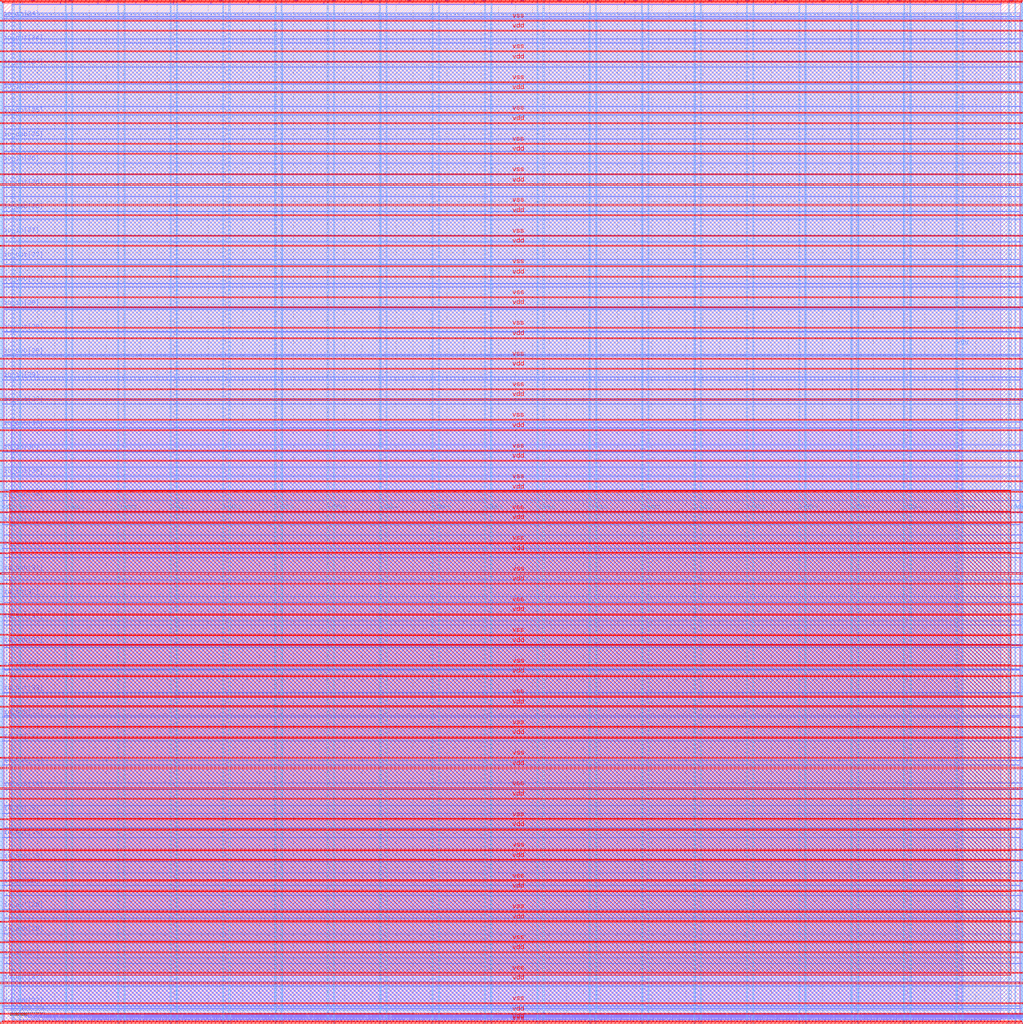
<source format=lef>
VERSION 5.7 ;
  NOWIREEXTENSIONATPIN ON ;
  DIVIDERCHAR "/" ;
  BUSBITCHARS "[]" ;
MACRO user_project_wrapper
  CLASS BLOCK ;
  FOREIGN user_project_wrapper ;
  ORIGIN 0.000 0.000 ;
  SIZE 2980.200 BY 2980.200 ;
  PIN io_in[0]
    DIRECTION INPUT ;
    USE SIGNAL ;
    PORT
      LAYER Metal3 ;
        RECT 2977.800 35.560 2985.000 36.680 ;
    END
  END io_in[0]
  PIN io_in[10]
    DIRECTION INPUT ;
    USE SIGNAL ;
    PORT
      LAYER Metal3 ;
        RECT 2977.800 2017.960 2985.000 2019.080 ;
    END
  END io_in[10]
  PIN io_in[11]
    DIRECTION INPUT ;
    USE SIGNAL ;
    PORT
      LAYER Metal3 ;
        RECT 2977.800 2216.200 2985.000 2217.320 ;
    END
  END io_in[11]
  PIN io_in[12]
    DIRECTION INPUT ;
    USE SIGNAL ;
    PORT
      LAYER Metal3 ;
        RECT 2977.800 2414.440 2985.000 2415.560 ;
    END
  END io_in[12]
  PIN io_in[13]
    DIRECTION INPUT ;
    USE SIGNAL ;
    PORT
      LAYER Metal3 ;
        RECT 2977.800 2612.680 2985.000 2613.800 ;
    END
  END io_in[13]
  PIN io_in[14]
    DIRECTION INPUT ;
    USE SIGNAL ;
    PORT
      LAYER Metal3 ;
        RECT 2977.800 2810.920 2985.000 2812.040 ;
    END
  END io_in[14]
  PIN io_in[15]
    DIRECTION INPUT ;
    USE SIGNAL ;
    PORT
      LAYER Metal2 ;
        RECT 2923.480 2977.800 2924.600 2985.000 ;
    END
  END io_in[15]
  PIN io_in[16]
    DIRECTION INPUT ;
    USE SIGNAL ;
    PORT
      LAYER Metal2 ;
        RECT 2592.520 2977.800 2593.640 2985.000 ;
    END
  END io_in[16]
  PIN io_in[17]
    DIRECTION INPUT ;
    USE SIGNAL ;
    PORT
      LAYER Metal2 ;
        RECT 2261.560 2977.800 2262.680 2985.000 ;
    END
  END io_in[17]
  PIN io_in[18]
    DIRECTION INPUT ;
    USE SIGNAL ;
    PORT
      LAYER Metal2 ;
        RECT 1930.600 2977.800 1931.720 2985.000 ;
    END
  END io_in[18]
  PIN io_in[19]
    DIRECTION INPUT ;
    USE SIGNAL ;
    PORT
      LAYER Metal2 ;
        RECT 1599.640 2977.800 1600.760 2985.000 ;
    END
  END io_in[19]
  PIN io_in[1]
    DIRECTION INPUT ;
    USE SIGNAL ;
    PORT
      LAYER Metal3 ;
        RECT 2977.800 233.800 2985.000 234.920 ;
    END
  END io_in[1]
  PIN io_in[20]
    DIRECTION INPUT ;
    USE SIGNAL ;
    PORT
      LAYER Metal2 ;
        RECT 1268.680 2977.800 1269.800 2985.000 ;
    END
  END io_in[20]
  PIN io_in[21]
    DIRECTION INPUT ;
    USE SIGNAL ;
    PORT
      LAYER Metal2 ;
        RECT 937.720 2977.800 938.840 2985.000 ;
    END
  END io_in[21]
  PIN io_in[22]
    DIRECTION INPUT ;
    USE SIGNAL ;
    PORT
      LAYER Metal2 ;
        RECT 606.760 2977.800 607.880 2985.000 ;
    END
  END io_in[22]
  PIN io_in[23]
    DIRECTION INPUT ;
    USE SIGNAL ;
    PORT
      LAYER Metal2 ;
        RECT 275.800 2977.800 276.920 2985.000 ;
    END
  END io_in[23]
  PIN io_in[24]
    DIRECTION INPUT ;
    USE SIGNAL ;
    PORT
      LAYER Metal3 ;
        RECT -4.800 2935.800 2.400 2936.920 ;
    END
  END io_in[24]
  PIN io_in[25]
    DIRECTION INPUT ;
    USE SIGNAL ;
    PORT
      LAYER Metal3 ;
        RECT -4.800 2724.120 2.400 2725.240 ;
    END
  END io_in[25]
  PIN io_in[26]
    DIRECTION INPUT ;
    USE SIGNAL ;
    PORT
      LAYER Metal3 ;
        RECT -4.800 2512.440 2.400 2513.560 ;
    END
  END io_in[26]
  PIN io_in[27]
    DIRECTION INPUT ;
    USE SIGNAL ;
    PORT
      LAYER Metal3 ;
        RECT -4.800 2300.760 2.400 2301.880 ;
    END
  END io_in[27]
  PIN io_in[28]
    DIRECTION INPUT ;
    USE SIGNAL ;
    PORT
      LAYER Metal3 ;
        RECT -4.800 2089.080 2.400 2090.200 ;
    END
  END io_in[28]
  PIN io_in[29]
    DIRECTION INPUT ;
    USE SIGNAL ;
    PORT
      LAYER Metal3 ;
        RECT -4.800 1877.400 2.400 1878.520 ;
    END
  END io_in[29]
  PIN io_in[2]
    DIRECTION INPUT ;
    USE SIGNAL ;
    PORT
      LAYER Metal3 ;
        RECT 2977.800 432.040 2985.000 433.160 ;
    END
  END io_in[2]
  PIN io_in[30]
    DIRECTION INPUT ;
    USE SIGNAL ;
    PORT
      LAYER Metal3 ;
        RECT -4.800 1665.720 2.400 1666.840 ;
    END
  END io_in[30]
  PIN io_in[31]
    DIRECTION INPUT ;
    USE SIGNAL ;
    PORT
      LAYER Metal3 ;
        RECT -4.800 1454.040 2.400 1455.160 ;
    END
  END io_in[31]
  PIN io_in[32]
    DIRECTION INPUT ;
    USE SIGNAL ;
    PORT
      LAYER Metal3 ;
        RECT -4.800 1242.360 2.400 1243.480 ;
    END
  END io_in[32]
  PIN io_in[33]
    DIRECTION INPUT ;
    USE SIGNAL ;
    PORT
      LAYER Metal3 ;
        RECT -4.800 1030.680 2.400 1031.800 ;
    END
  END io_in[33]
  PIN io_in[34]
    DIRECTION INPUT ;
    USE SIGNAL ;
    PORT
      LAYER Metal3 ;
        RECT -4.800 819.000 2.400 820.120 ;
    END
  END io_in[34]
  PIN io_in[35]
    DIRECTION INPUT ;
    USE SIGNAL ;
    PORT
      LAYER Metal3 ;
        RECT -4.800 607.320 2.400 608.440 ;
    END
  END io_in[35]
  PIN io_in[36]
    DIRECTION INPUT ;
    USE SIGNAL ;
    PORT
      LAYER Metal3 ;
        RECT -4.800 395.640 2.400 396.760 ;
    END
  END io_in[36]
  PIN io_in[37]
    DIRECTION INPUT ;
    USE SIGNAL ;
    PORT
      LAYER Metal3 ;
        RECT -4.800 183.960 2.400 185.080 ;
    END
  END io_in[37]
  PIN io_in[3]
    DIRECTION INPUT ;
    USE SIGNAL ;
    PORT
      LAYER Metal3 ;
        RECT 2977.800 630.280 2985.000 631.400 ;
    END
  END io_in[3]
  PIN io_in[4]
    DIRECTION INPUT ;
    USE SIGNAL ;
    PORT
      LAYER Metal3 ;
        RECT 2977.800 828.520 2985.000 829.640 ;
    END
  END io_in[4]
  PIN io_in[5]
    DIRECTION INPUT ;
    USE SIGNAL ;
    PORT
      LAYER Metal3 ;
        RECT 2977.800 1026.760 2985.000 1027.880 ;
    END
  END io_in[5]
  PIN io_in[6]
    DIRECTION INPUT ;
    USE SIGNAL ;
    PORT
      LAYER Metal3 ;
        RECT 2977.800 1225.000 2985.000 1226.120 ;
    END
  END io_in[6]
  PIN io_in[7]
    DIRECTION INPUT ;
    USE SIGNAL ;
    PORT
      LAYER Metal3 ;
        RECT 2977.800 1423.240 2985.000 1424.360 ;
    END
  END io_in[7]
  PIN io_in[8]
    DIRECTION INPUT ;
    USE SIGNAL ;
    PORT
      LAYER Metal3 ;
        RECT 2977.800 1621.480 2985.000 1622.600 ;
    END
  END io_in[8]
  PIN io_in[9]
    DIRECTION INPUT ;
    USE SIGNAL ;
    PORT
      LAYER Metal3 ;
        RECT 2977.800 1819.720 2985.000 1820.840 ;
    END
  END io_in[9]
  PIN io_oeb[0]
    DIRECTION OUTPUT TRISTATE ;
    USE SIGNAL ;
    PORT
      LAYER Metal3 ;
        RECT 2977.800 167.720 2985.000 168.840 ;
    END
  END io_oeb[0]
  PIN io_oeb[10]
    DIRECTION OUTPUT TRISTATE ;
    USE SIGNAL ;
    PORT
      LAYER Metal3 ;
        RECT 2977.800 2150.120 2985.000 2151.240 ;
    END
  END io_oeb[10]
  PIN io_oeb[11]
    DIRECTION OUTPUT TRISTATE ;
    USE SIGNAL ;
    PORT
      LAYER Metal3 ;
        RECT 2977.800 2348.360 2985.000 2349.480 ;
    END
  END io_oeb[11]
  PIN io_oeb[12]
    DIRECTION OUTPUT TRISTATE ;
    USE SIGNAL ;
    PORT
      LAYER Metal3 ;
        RECT 2977.800 2546.600 2985.000 2547.720 ;
    END
  END io_oeb[12]
  PIN io_oeb[13]
    DIRECTION OUTPUT TRISTATE ;
    USE SIGNAL ;
    PORT
      LAYER Metal3 ;
        RECT 2977.800 2744.840 2985.000 2745.960 ;
    END
  END io_oeb[13]
  PIN io_oeb[14]
    DIRECTION OUTPUT TRISTATE ;
    USE SIGNAL ;
    PORT
      LAYER Metal3 ;
        RECT 2977.800 2943.080 2985.000 2944.200 ;
    END
  END io_oeb[14]
  PIN io_oeb[15]
    DIRECTION OUTPUT TRISTATE ;
    USE SIGNAL ;
    PORT
      LAYER Metal2 ;
        RECT 2702.840 2977.800 2703.960 2985.000 ;
    END
  END io_oeb[15]
  PIN io_oeb[16]
    DIRECTION OUTPUT TRISTATE ;
    USE SIGNAL ;
    PORT
      LAYER Metal2 ;
        RECT 2371.880 2977.800 2373.000 2985.000 ;
    END
  END io_oeb[16]
  PIN io_oeb[17]
    DIRECTION OUTPUT TRISTATE ;
    USE SIGNAL ;
    PORT
      LAYER Metal2 ;
        RECT 2040.920 2977.800 2042.040 2985.000 ;
    END
  END io_oeb[17]
  PIN io_oeb[18]
    DIRECTION OUTPUT TRISTATE ;
    USE SIGNAL ;
    PORT
      LAYER Metal2 ;
        RECT 1709.960 2977.800 1711.080 2985.000 ;
    END
  END io_oeb[18]
  PIN io_oeb[19]
    DIRECTION OUTPUT TRISTATE ;
    USE SIGNAL ;
    PORT
      LAYER Metal2 ;
        RECT 1379.000 2977.800 1380.120 2985.000 ;
    END
  END io_oeb[19]
  PIN io_oeb[1]
    DIRECTION OUTPUT TRISTATE ;
    USE SIGNAL ;
    PORT
      LAYER Metal3 ;
        RECT 2977.800 365.960 2985.000 367.080 ;
    END
  END io_oeb[1]
  PIN io_oeb[20]
    DIRECTION OUTPUT TRISTATE ;
    USE SIGNAL ;
    PORT
      LAYER Metal2 ;
        RECT 1048.040 2977.800 1049.160 2985.000 ;
    END
  END io_oeb[20]
  PIN io_oeb[21]
    DIRECTION OUTPUT TRISTATE ;
    USE SIGNAL ;
    PORT
      LAYER Metal2 ;
        RECT 717.080 2977.800 718.200 2985.000 ;
    END
  END io_oeb[21]
  PIN io_oeb[22]
    DIRECTION OUTPUT TRISTATE ;
    USE SIGNAL ;
    PORT
      LAYER Metal2 ;
        RECT 386.120 2977.800 387.240 2985.000 ;
    END
  END io_oeb[22]
  PIN io_oeb[23]
    DIRECTION OUTPUT TRISTATE ;
    USE SIGNAL ;
    PORT
      LAYER Metal2 ;
        RECT 55.160 2977.800 56.280 2985.000 ;
    END
  END io_oeb[23]
  PIN io_oeb[24]
    DIRECTION OUTPUT TRISTATE ;
    USE SIGNAL ;
    PORT
      LAYER Metal3 ;
        RECT -4.800 2794.680 2.400 2795.800 ;
    END
  END io_oeb[24]
  PIN io_oeb[25]
    DIRECTION OUTPUT TRISTATE ;
    USE SIGNAL ;
    PORT
      LAYER Metal3 ;
        RECT -4.800 2583.000 2.400 2584.120 ;
    END
  END io_oeb[25]
  PIN io_oeb[26]
    DIRECTION OUTPUT TRISTATE ;
    USE SIGNAL ;
    PORT
      LAYER Metal3 ;
        RECT -4.800 2371.320 2.400 2372.440 ;
    END
  END io_oeb[26]
  PIN io_oeb[27]
    DIRECTION OUTPUT TRISTATE ;
    USE SIGNAL ;
    PORT
      LAYER Metal3 ;
        RECT -4.800 2159.640 2.400 2160.760 ;
    END
  END io_oeb[27]
  PIN io_oeb[28]
    DIRECTION OUTPUT TRISTATE ;
    USE SIGNAL ;
    PORT
      LAYER Metal3 ;
        RECT -4.800 1947.960 2.400 1949.080 ;
    END
  END io_oeb[28]
  PIN io_oeb[29]
    DIRECTION OUTPUT TRISTATE ;
    USE SIGNAL ;
    PORT
      LAYER Metal3 ;
        RECT -4.800 1736.280 2.400 1737.400 ;
    END
  END io_oeb[29]
  PIN io_oeb[2]
    DIRECTION OUTPUT TRISTATE ;
    USE SIGNAL ;
    PORT
      LAYER Metal3 ;
        RECT 2977.800 564.200 2985.000 565.320 ;
    END
  END io_oeb[2]
  PIN io_oeb[30]
    DIRECTION OUTPUT TRISTATE ;
    USE SIGNAL ;
    PORT
      LAYER Metal3 ;
        RECT -4.800 1524.600 2.400 1525.720 ;
    END
  END io_oeb[30]
  PIN io_oeb[31]
    DIRECTION OUTPUT TRISTATE ;
    USE SIGNAL ;
    PORT
      LAYER Metal3 ;
        RECT -4.800 1312.920 2.400 1314.040 ;
    END
  END io_oeb[31]
  PIN io_oeb[32]
    DIRECTION OUTPUT TRISTATE ;
    USE SIGNAL ;
    PORT
      LAYER Metal3 ;
        RECT -4.800 1101.240 2.400 1102.360 ;
    END
  END io_oeb[32]
  PIN io_oeb[33]
    DIRECTION OUTPUT TRISTATE ;
    USE SIGNAL ;
    PORT
      LAYER Metal3 ;
        RECT -4.800 889.560 2.400 890.680 ;
    END
  END io_oeb[33]
  PIN io_oeb[34]
    DIRECTION OUTPUT TRISTATE ;
    USE SIGNAL ;
    PORT
      LAYER Metal3 ;
        RECT -4.800 677.880 2.400 679.000 ;
    END
  END io_oeb[34]
  PIN io_oeb[35]
    DIRECTION OUTPUT TRISTATE ;
    USE SIGNAL ;
    PORT
      LAYER Metal3 ;
        RECT -4.800 466.200 2.400 467.320 ;
    END
  END io_oeb[35]
  PIN io_oeb[36]
    DIRECTION OUTPUT TRISTATE ;
    USE SIGNAL ;
    PORT
      LAYER Metal3 ;
        RECT -4.800 254.520 2.400 255.640 ;
    END
  END io_oeb[36]
  PIN io_oeb[37]
    DIRECTION OUTPUT TRISTATE ;
    USE SIGNAL ;
    PORT
      LAYER Metal3 ;
        RECT -4.800 42.840 2.400 43.960 ;
    END
  END io_oeb[37]
  PIN io_oeb[3]
    DIRECTION OUTPUT TRISTATE ;
    USE SIGNAL ;
    PORT
      LAYER Metal3 ;
        RECT 2977.800 762.440 2985.000 763.560 ;
    END
  END io_oeb[3]
  PIN io_oeb[4]
    DIRECTION OUTPUT TRISTATE ;
    USE SIGNAL ;
    PORT
      LAYER Metal3 ;
        RECT 2977.800 960.680 2985.000 961.800 ;
    END
  END io_oeb[4]
  PIN io_oeb[5]
    DIRECTION OUTPUT TRISTATE ;
    USE SIGNAL ;
    PORT
      LAYER Metal3 ;
        RECT 2977.800 1158.920 2985.000 1160.040 ;
    END
  END io_oeb[5]
  PIN io_oeb[6]
    DIRECTION OUTPUT TRISTATE ;
    USE SIGNAL ;
    PORT
      LAYER Metal3 ;
        RECT 2977.800 1357.160 2985.000 1358.280 ;
    END
  END io_oeb[6]
  PIN io_oeb[7]
    DIRECTION OUTPUT TRISTATE ;
    USE SIGNAL ;
    PORT
      LAYER Metal3 ;
        RECT 2977.800 1555.400 2985.000 1556.520 ;
    END
  END io_oeb[7]
  PIN io_oeb[8]
    DIRECTION OUTPUT TRISTATE ;
    USE SIGNAL ;
    PORT
      LAYER Metal3 ;
        RECT 2977.800 1753.640 2985.000 1754.760 ;
    END
  END io_oeb[8]
  PIN io_oeb[9]
    DIRECTION OUTPUT TRISTATE ;
    USE SIGNAL ;
    PORT
      LAYER Metal3 ;
        RECT 2977.800 1951.880 2985.000 1953.000 ;
    END
  END io_oeb[9]
  PIN io_out[0]
    DIRECTION OUTPUT TRISTATE ;
    USE SIGNAL ;
    PORT
      LAYER Metal3 ;
        RECT 2977.800 101.640 2985.000 102.760 ;
    END
  END io_out[0]
  PIN io_out[10]
    DIRECTION OUTPUT TRISTATE ;
    USE SIGNAL ;
    PORT
      LAYER Metal3 ;
        RECT 2977.800 2084.040 2985.000 2085.160 ;
    END
  END io_out[10]
  PIN io_out[11]
    DIRECTION OUTPUT TRISTATE ;
    USE SIGNAL ;
    PORT
      LAYER Metal3 ;
        RECT 2977.800 2282.280 2985.000 2283.400 ;
    END
  END io_out[11]
  PIN io_out[12]
    DIRECTION OUTPUT TRISTATE ;
    USE SIGNAL ;
    PORT
      LAYER Metal3 ;
        RECT 2977.800 2480.520 2985.000 2481.640 ;
    END
  END io_out[12]
  PIN io_out[13]
    DIRECTION OUTPUT TRISTATE ;
    USE SIGNAL ;
    PORT
      LAYER Metal3 ;
        RECT 2977.800 2678.760 2985.000 2679.880 ;
    END
  END io_out[13]
  PIN io_out[14]
    DIRECTION OUTPUT TRISTATE ;
    USE SIGNAL ;
    PORT
      LAYER Metal3 ;
        RECT 2977.800 2877.000 2985.000 2878.120 ;
    END
  END io_out[14]
  PIN io_out[15]
    DIRECTION OUTPUT TRISTATE ;
    USE SIGNAL ;
    PORT
      LAYER Metal2 ;
        RECT 2813.160 2977.800 2814.280 2985.000 ;
    END
  END io_out[15]
  PIN io_out[16]
    DIRECTION OUTPUT TRISTATE ;
    USE SIGNAL ;
    PORT
      LAYER Metal2 ;
        RECT 2482.200 2977.800 2483.320 2985.000 ;
    END
  END io_out[16]
  PIN io_out[17]
    DIRECTION OUTPUT TRISTATE ;
    USE SIGNAL ;
    PORT
      LAYER Metal2 ;
        RECT 2151.240 2977.800 2152.360 2985.000 ;
    END
  END io_out[17]
  PIN io_out[18]
    DIRECTION OUTPUT TRISTATE ;
    USE SIGNAL ;
    PORT
      LAYER Metal2 ;
        RECT 1820.280 2977.800 1821.400 2985.000 ;
    END
  END io_out[18]
  PIN io_out[19]
    DIRECTION OUTPUT TRISTATE ;
    USE SIGNAL ;
    PORT
      LAYER Metal2 ;
        RECT 1489.320 2977.800 1490.440 2985.000 ;
    END
  END io_out[19]
  PIN io_out[1]
    DIRECTION OUTPUT TRISTATE ;
    USE SIGNAL ;
    PORT
      LAYER Metal3 ;
        RECT 2977.800 299.880 2985.000 301.000 ;
    END
  END io_out[1]
  PIN io_out[20]
    DIRECTION OUTPUT TRISTATE ;
    USE SIGNAL ;
    PORT
      LAYER Metal2 ;
        RECT 1158.360 2977.800 1159.480 2985.000 ;
    END
  END io_out[20]
  PIN io_out[21]
    DIRECTION OUTPUT TRISTATE ;
    USE SIGNAL ;
    PORT
      LAYER Metal2 ;
        RECT 827.400 2977.800 828.520 2985.000 ;
    END
  END io_out[21]
  PIN io_out[22]
    DIRECTION OUTPUT TRISTATE ;
    USE SIGNAL ;
    PORT
      LAYER Metal2 ;
        RECT 496.440 2977.800 497.560 2985.000 ;
    END
  END io_out[22]
  PIN io_out[23]
    DIRECTION OUTPUT TRISTATE ;
    USE SIGNAL ;
    PORT
      LAYER Metal2 ;
        RECT 165.480 2977.800 166.600 2985.000 ;
    END
  END io_out[23]
  PIN io_out[24]
    DIRECTION OUTPUT TRISTATE ;
    USE SIGNAL ;
    PORT
      LAYER Metal3 ;
        RECT -4.800 2865.240 2.400 2866.360 ;
    END
  END io_out[24]
  PIN io_out[25]
    DIRECTION OUTPUT TRISTATE ;
    USE SIGNAL ;
    PORT
      LAYER Metal3 ;
        RECT -4.800 2653.560 2.400 2654.680 ;
    END
  END io_out[25]
  PIN io_out[26]
    DIRECTION OUTPUT TRISTATE ;
    USE SIGNAL ;
    PORT
      LAYER Metal3 ;
        RECT -4.800 2441.880 2.400 2443.000 ;
    END
  END io_out[26]
  PIN io_out[27]
    DIRECTION OUTPUT TRISTATE ;
    USE SIGNAL ;
    PORT
      LAYER Metal3 ;
        RECT -4.800 2230.200 2.400 2231.320 ;
    END
  END io_out[27]
  PIN io_out[28]
    DIRECTION OUTPUT TRISTATE ;
    USE SIGNAL ;
    PORT
      LAYER Metal3 ;
        RECT -4.800 2018.520 2.400 2019.640 ;
    END
  END io_out[28]
  PIN io_out[29]
    DIRECTION OUTPUT TRISTATE ;
    USE SIGNAL ;
    PORT
      LAYER Metal3 ;
        RECT -4.800 1806.840 2.400 1807.960 ;
    END
  END io_out[29]
  PIN io_out[2]
    DIRECTION OUTPUT TRISTATE ;
    USE SIGNAL ;
    PORT
      LAYER Metal3 ;
        RECT 2977.800 498.120 2985.000 499.240 ;
    END
  END io_out[2]
  PIN io_out[30]
    DIRECTION OUTPUT TRISTATE ;
    USE SIGNAL ;
    PORT
      LAYER Metal3 ;
        RECT -4.800 1595.160 2.400 1596.280 ;
    END
  END io_out[30]
  PIN io_out[31]
    DIRECTION OUTPUT TRISTATE ;
    USE SIGNAL ;
    PORT
      LAYER Metal3 ;
        RECT -4.800 1383.480 2.400 1384.600 ;
    END
  END io_out[31]
  PIN io_out[32]
    DIRECTION OUTPUT TRISTATE ;
    USE SIGNAL ;
    PORT
      LAYER Metal3 ;
        RECT -4.800 1171.800 2.400 1172.920 ;
    END
  END io_out[32]
  PIN io_out[33]
    DIRECTION OUTPUT TRISTATE ;
    USE SIGNAL ;
    PORT
      LAYER Metal3 ;
        RECT -4.800 960.120 2.400 961.240 ;
    END
  END io_out[33]
  PIN io_out[34]
    DIRECTION OUTPUT TRISTATE ;
    USE SIGNAL ;
    PORT
      LAYER Metal3 ;
        RECT -4.800 748.440 2.400 749.560 ;
    END
  END io_out[34]
  PIN io_out[35]
    DIRECTION OUTPUT TRISTATE ;
    USE SIGNAL ;
    PORT
      LAYER Metal3 ;
        RECT -4.800 536.760 2.400 537.880 ;
    END
  END io_out[35]
  PIN io_out[36]
    DIRECTION OUTPUT TRISTATE ;
    USE SIGNAL ;
    PORT
      LAYER Metal3 ;
        RECT -4.800 325.080 2.400 326.200 ;
    END
  END io_out[36]
  PIN io_out[37]
    DIRECTION OUTPUT TRISTATE ;
    USE SIGNAL ;
    PORT
      LAYER Metal3 ;
        RECT -4.800 113.400 2.400 114.520 ;
    END
  END io_out[37]
  PIN io_out[3]
    DIRECTION OUTPUT TRISTATE ;
    USE SIGNAL ;
    PORT
      LAYER Metal3 ;
        RECT 2977.800 696.360 2985.000 697.480 ;
    END
  END io_out[3]
  PIN io_out[4]
    DIRECTION OUTPUT TRISTATE ;
    USE SIGNAL ;
    PORT
      LAYER Metal3 ;
        RECT 2977.800 894.600 2985.000 895.720 ;
    END
  END io_out[4]
  PIN io_out[5]
    DIRECTION OUTPUT TRISTATE ;
    USE SIGNAL ;
    PORT
      LAYER Metal3 ;
        RECT 2977.800 1092.840 2985.000 1093.960 ;
    END
  END io_out[5]
  PIN io_out[6]
    DIRECTION OUTPUT TRISTATE ;
    USE SIGNAL ;
    PORT
      LAYER Metal3 ;
        RECT 2977.800 1291.080 2985.000 1292.200 ;
    END
  END io_out[6]
  PIN io_out[7]
    DIRECTION OUTPUT TRISTATE ;
    USE SIGNAL ;
    PORT
      LAYER Metal3 ;
        RECT 2977.800 1489.320 2985.000 1490.440 ;
    END
  END io_out[7]
  PIN io_out[8]
    DIRECTION OUTPUT TRISTATE ;
    USE SIGNAL ;
    PORT
      LAYER Metal3 ;
        RECT 2977.800 1687.560 2985.000 1688.680 ;
    END
  END io_out[8]
  PIN io_out[9]
    DIRECTION OUTPUT TRISTATE ;
    USE SIGNAL ;
    PORT
      LAYER Metal3 ;
        RECT 2977.800 1885.800 2985.000 1886.920 ;
    END
  END io_out[9]
  PIN la_data_in[0]
    DIRECTION INPUT ;
    USE SIGNAL ;
    PORT
      LAYER Metal2 ;
        RECT 1065.960 -4.800 1067.080 2.400 ;
    END
  END la_data_in[0]
  PIN la_data_in[10]
    DIRECTION INPUT ;
    USE SIGNAL ;
    PORT
      LAYER Metal2 ;
        RECT 1351.560 -4.800 1352.680 2.400 ;
    END
  END la_data_in[10]
  PIN la_data_in[11]
    DIRECTION INPUT ;
    USE SIGNAL ;
    PORT
      LAYER Metal2 ;
        RECT 1380.120 -4.800 1381.240 2.400 ;
    END
  END la_data_in[11]
  PIN la_data_in[12]
    DIRECTION INPUT ;
    USE SIGNAL ;
    PORT
      LAYER Metal2 ;
        RECT 1408.680 -4.800 1409.800 2.400 ;
    END
  END la_data_in[12]
  PIN la_data_in[13]
    DIRECTION INPUT ;
    USE SIGNAL ;
    PORT
      LAYER Metal2 ;
        RECT 1437.240 -4.800 1438.360 2.400 ;
    END
  END la_data_in[13]
  PIN la_data_in[14]
    DIRECTION INPUT ;
    USE SIGNAL ;
    PORT
      LAYER Metal2 ;
        RECT 1465.800 -4.800 1466.920 2.400 ;
    END
  END la_data_in[14]
  PIN la_data_in[15]
    DIRECTION INPUT ;
    USE SIGNAL ;
    PORT
      LAYER Metal2 ;
        RECT 1494.360 -4.800 1495.480 2.400 ;
    END
  END la_data_in[15]
  PIN la_data_in[16]
    DIRECTION INPUT ;
    USE SIGNAL ;
    PORT
      LAYER Metal2 ;
        RECT 1522.920 -4.800 1524.040 2.400 ;
    END
  END la_data_in[16]
  PIN la_data_in[17]
    DIRECTION INPUT ;
    USE SIGNAL ;
    PORT
      LAYER Metal2 ;
        RECT 1551.480 -4.800 1552.600 2.400 ;
    END
  END la_data_in[17]
  PIN la_data_in[18]
    DIRECTION INPUT ;
    USE SIGNAL ;
    PORT
      LAYER Metal2 ;
        RECT 1580.040 -4.800 1581.160 2.400 ;
    END
  END la_data_in[18]
  PIN la_data_in[19]
    DIRECTION INPUT ;
    USE SIGNAL ;
    PORT
      LAYER Metal2 ;
        RECT 1608.600 -4.800 1609.720 2.400 ;
    END
  END la_data_in[19]
  PIN la_data_in[1]
    DIRECTION INPUT ;
    USE SIGNAL ;
    PORT
      LAYER Metal2 ;
        RECT 1094.520 -4.800 1095.640 2.400 ;
    END
  END la_data_in[1]
  PIN la_data_in[20]
    DIRECTION INPUT ;
    USE SIGNAL ;
    PORT
      LAYER Metal2 ;
        RECT 1637.160 -4.800 1638.280 2.400 ;
    END
  END la_data_in[20]
  PIN la_data_in[21]
    DIRECTION INPUT ;
    USE SIGNAL ;
    PORT
      LAYER Metal2 ;
        RECT 1665.720 -4.800 1666.840 2.400 ;
    END
  END la_data_in[21]
  PIN la_data_in[22]
    DIRECTION INPUT ;
    USE SIGNAL ;
    PORT
      LAYER Metal2 ;
        RECT 1694.280 -4.800 1695.400 2.400 ;
    END
  END la_data_in[22]
  PIN la_data_in[23]
    DIRECTION INPUT ;
    USE SIGNAL ;
    PORT
      LAYER Metal2 ;
        RECT 1722.840 -4.800 1723.960 2.400 ;
    END
  END la_data_in[23]
  PIN la_data_in[24]
    DIRECTION INPUT ;
    USE SIGNAL ;
    PORT
      LAYER Metal2 ;
        RECT 1751.400 -4.800 1752.520 2.400 ;
    END
  END la_data_in[24]
  PIN la_data_in[25]
    DIRECTION INPUT ;
    USE SIGNAL ;
    PORT
      LAYER Metal2 ;
        RECT 1779.960 -4.800 1781.080 2.400 ;
    END
  END la_data_in[25]
  PIN la_data_in[26]
    DIRECTION INPUT ;
    USE SIGNAL ;
    PORT
      LAYER Metal2 ;
        RECT 1808.520 -4.800 1809.640 2.400 ;
    END
  END la_data_in[26]
  PIN la_data_in[27]
    DIRECTION INPUT ;
    USE SIGNAL ;
    PORT
      LAYER Metal2 ;
        RECT 1837.080 -4.800 1838.200 2.400 ;
    END
  END la_data_in[27]
  PIN la_data_in[28]
    DIRECTION INPUT ;
    USE SIGNAL ;
    PORT
      LAYER Metal2 ;
        RECT 1865.640 -4.800 1866.760 2.400 ;
    END
  END la_data_in[28]
  PIN la_data_in[29]
    DIRECTION INPUT ;
    USE SIGNAL ;
    PORT
      LAYER Metal2 ;
        RECT 1894.200 -4.800 1895.320 2.400 ;
    END
  END la_data_in[29]
  PIN la_data_in[2]
    DIRECTION INPUT ;
    USE SIGNAL ;
    PORT
      LAYER Metal2 ;
        RECT 1123.080 -4.800 1124.200 2.400 ;
    END
  END la_data_in[2]
  PIN la_data_in[30]
    DIRECTION INPUT ;
    USE SIGNAL ;
    PORT
      LAYER Metal2 ;
        RECT 1922.760 -4.800 1923.880 2.400 ;
    END
  END la_data_in[30]
  PIN la_data_in[31]
    DIRECTION INPUT ;
    USE SIGNAL ;
    PORT
      LAYER Metal2 ;
        RECT 1951.320 -4.800 1952.440 2.400 ;
    END
  END la_data_in[31]
  PIN la_data_in[32]
    DIRECTION INPUT ;
    USE SIGNAL ;
    PORT
      LAYER Metal2 ;
        RECT 1979.880 -4.800 1981.000 2.400 ;
    END
  END la_data_in[32]
  PIN la_data_in[33]
    DIRECTION INPUT ;
    USE SIGNAL ;
    PORT
      LAYER Metal2 ;
        RECT 2008.440 -4.800 2009.560 2.400 ;
    END
  END la_data_in[33]
  PIN la_data_in[34]
    DIRECTION INPUT ;
    USE SIGNAL ;
    PORT
      LAYER Metal2 ;
        RECT 2037.000 -4.800 2038.120 2.400 ;
    END
  END la_data_in[34]
  PIN la_data_in[35]
    DIRECTION INPUT ;
    USE SIGNAL ;
    PORT
      LAYER Metal2 ;
        RECT 2065.560 -4.800 2066.680 2.400 ;
    END
  END la_data_in[35]
  PIN la_data_in[36]
    DIRECTION INPUT ;
    USE SIGNAL ;
    PORT
      LAYER Metal2 ;
        RECT 2094.120 -4.800 2095.240 2.400 ;
    END
  END la_data_in[36]
  PIN la_data_in[37]
    DIRECTION INPUT ;
    USE SIGNAL ;
    PORT
      LAYER Metal2 ;
        RECT 2122.680 -4.800 2123.800 2.400 ;
    END
  END la_data_in[37]
  PIN la_data_in[38]
    DIRECTION INPUT ;
    USE SIGNAL ;
    PORT
      LAYER Metal2 ;
        RECT 2151.240 -4.800 2152.360 2.400 ;
    END
  END la_data_in[38]
  PIN la_data_in[39]
    DIRECTION INPUT ;
    USE SIGNAL ;
    PORT
      LAYER Metal2 ;
        RECT 2179.800 -4.800 2180.920 2.400 ;
    END
  END la_data_in[39]
  PIN la_data_in[3]
    DIRECTION INPUT ;
    USE SIGNAL ;
    PORT
      LAYER Metal2 ;
        RECT 1151.640 -4.800 1152.760 2.400 ;
    END
  END la_data_in[3]
  PIN la_data_in[40]
    DIRECTION INPUT ;
    USE SIGNAL ;
    PORT
      LAYER Metal2 ;
        RECT 2208.360 -4.800 2209.480 2.400 ;
    END
  END la_data_in[40]
  PIN la_data_in[41]
    DIRECTION INPUT ;
    USE SIGNAL ;
    PORT
      LAYER Metal2 ;
        RECT 2236.920 -4.800 2238.040 2.400 ;
    END
  END la_data_in[41]
  PIN la_data_in[42]
    DIRECTION INPUT ;
    USE SIGNAL ;
    PORT
      LAYER Metal2 ;
        RECT 2265.480 -4.800 2266.600 2.400 ;
    END
  END la_data_in[42]
  PIN la_data_in[43]
    DIRECTION INPUT ;
    USE SIGNAL ;
    PORT
      LAYER Metal2 ;
        RECT 2294.040 -4.800 2295.160 2.400 ;
    END
  END la_data_in[43]
  PIN la_data_in[44]
    DIRECTION INPUT ;
    USE SIGNAL ;
    PORT
      LAYER Metal2 ;
        RECT 2322.600 -4.800 2323.720 2.400 ;
    END
  END la_data_in[44]
  PIN la_data_in[45]
    DIRECTION INPUT ;
    USE SIGNAL ;
    PORT
      LAYER Metal2 ;
        RECT 2351.160 -4.800 2352.280 2.400 ;
    END
  END la_data_in[45]
  PIN la_data_in[46]
    DIRECTION INPUT ;
    USE SIGNAL ;
    PORT
      LAYER Metal2 ;
        RECT 2379.720 -4.800 2380.840 2.400 ;
    END
  END la_data_in[46]
  PIN la_data_in[47]
    DIRECTION INPUT ;
    USE SIGNAL ;
    PORT
      LAYER Metal2 ;
        RECT 2408.280 -4.800 2409.400 2.400 ;
    END
  END la_data_in[47]
  PIN la_data_in[48]
    DIRECTION INPUT ;
    USE SIGNAL ;
    PORT
      LAYER Metal2 ;
        RECT 2436.840 -4.800 2437.960 2.400 ;
    END
  END la_data_in[48]
  PIN la_data_in[49]
    DIRECTION INPUT ;
    USE SIGNAL ;
    PORT
      LAYER Metal2 ;
        RECT 2465.400 -4.800 2466.520 2.400 ;
    END
  END la_data_in[49]
  PIN la_data_in[4]
    DIRECTION INPUT ;
    USE SIGNAL ;
    PORT
      LAYER Metal2 ;
        RECT 1180.200 -4.800 1181.320 2.400 ;
    END
  END la_data_in[4]
  PIN la_data_in[50]
    DIRECTION INPUT ;
    USE SIGNAL ;
    PORT
      LAYER Metal2 ;
        RECT 2493.960 -4.800 2495.080 2.400 ;
    END
  END la_data_in[50]
  PIN la_data_in[51]
    DIRECTION INPUT ;
    USE SIGNAL ;
    PORT
      LAYER Metal2 ;
        RECT 2522.520 -4.800 2523.640 2.400 ;
    END
  END la_data_in[51]
  PIN la_data_in[52]
    DIRECTION INPUT ;
    USE SIGNAL ;
    PORT
      LAYER Metal2 ;
        RECT 2551.080 -4.800 2552.200 2.400 ;
    END
  END la_data_in[52]
  PIN la_data_in[53]
    DIRECTION INPUT ;
    USE SIGNAL ;
    PORT
      LAYER Metal2 ;
        RECT 2579.640 -4.800 2580.760 2.400 ;
    END
  END la_data_in[53]
  PIN la_data_in[54]
    DIRECTION INPUT ;
    USE SIGNAL ;
    PORT
      LAYER Metal2 ;
        RECT 2608.200 -4.800 2609.320 2.400 ;
    END
  END la_data_in[54]
  PIN la_data_in[55]
    DIRECTION INPUT ;
    USE SIGNAL ;
    PORT
      LAYER Metal2 ;
        RECT 2636.760 -4.800 2637.880 2.400 ;
    END
  END la_data_in[55]
  PIN la_data_in[56]
    DIRECTION INPUT ;
    USE SIGNAL ;
    PORT
      LAYER Metal2 ;
        RECT 2665.320 -4.800 2666.440 2.400 ;
    END
  END la_data_in[56]
  PIN la_data_in[57]
    DIRECTION INPUT ;
    USE SIGNAL ;
    PORT
      LAYER Metal2 ;
        RECT 2693.880 -4.800 2695.000 2.400 ;
    END
  END la_data_in[57]
  PIN la_data_in[58]
    DIRECTION INPUT ;
    USE SIGNAL ;
    PORT
      LAYER Metal2 ;
        RECT 2722.440 -4.800 2723.560 2.400 ;
    END
  END la_data_in[58]
  PIN la_data_in[59]
    DIRECTION INPUT ;
    USE SIGNAL ;
    PORT
      LAYER Metal2 ;
        RECT 2751.000 -4.800 2752.120 2.400 ;
    END
  END la_data_in[59]
  PIN la_data_in[5]
    DIRECTION INPUT ;
    USE SIGNAL ;
    PORT
      LAYER Metal2 ;
        RECT 1208.760 -4.800 1209.880 2.400 ;
    END
  END la_data_in[5]
  PIN la_data_in[60]
    DIRECTION INPUT ;
    USE SIGNAL ;
    PORT
      LAYER Metal2 ;
        RECT 2779.560 -4.800 2780.680 2.400 ;
    END
  END la_data_in[60]
  PIN la_data_in[61]
    DIRECTION INPUT ;
    USE SIGNAL ;
    PORT
      LAYER Metal2 ;
        RECT 2808.120 -4.800 2809.240 2.400 ;
    END
  END la_data_in[61]
  PIN la_data_in[62]
    DIRECTION INPUT ;
    USE SIGNAL ;
    PORT
      LAYER Metal2 ;
        RECT 2836.680 -4.800 2837.800 2.400 ;
    END
  END la_data_in[62]
  PIN la_data_in[63]
    DIRECTION INPUT ;
    USE SIGNAL ;
    PORT
      LAYER Metal2 ;
        RECT 2865.240 -4.800 2866.360 2.400 ;
    END
  END la_data_in[63]
  PIN la_data_in[6]
    DIRECTION INPUT ;
    USE SIGNAL ;
    PORT
      LAYER Metal2 ;
        RECT 1237.320 -4.800 1238.440 2.400 ;
    END
  END la_data_in[6]
  PIN la_data_in[7]
    DIRECTION INPUT ;
    USE SIGNAL ;
    PORT
      LAYER Metal2 ;
        RECT 1265.880 -4.800 1267.000 2.400 ;
    END
  END la_data_in[7]
  PIN la_data_in[8]
    DIRECTION INPUT ;
    USE SIGNAL ;
    PORT
      LAYER Metal2 ;
        RECT 1294.440 -4.800 1295.560 2.400 ;
    END
  END la_data_in[8]
  PIN la_data_in[9]
    DIRECTION INPUT ;
    USE SIGNAL ;
    PORT
      LAYER Metal2 ;
        RECT 1323.000 -4.800 1324.120 2.400 ;
    END
  END la_data_in[9]
  PIN la_data_out[0]
    DIRECTION OUTPUT TRISTATE ;
    USE SIGNAL ;
    PORT
      LAYER Metal2 ;
        RECT 1075.480 -4.800 1076.600 2.400 ;
    END
  END la_data_out[0]
  PIN la_data_out[10]
    DIRECTION OUTPUT TRISTATE ;
    USE SIGNAL ;
    PORT
      LAYER Metal2 ;
        RECT 1361.080 -4.800 1362.200 2.400 ;
    END
  END la_data_out[10]
  PIN la_data_out[11]
    DIRECTION OUTPUT TRISTATE ;
    USE SIGNAL ;
    PORT
      LAYER Metal2 ;
        RECT 1389.640 -4.800 1390.760 2.400 ;
    END
  END la_data_out[11]
  PIN la_data_out[12]
    DIRECTION OUTPUT TRISTATE ;
    USE SIGNAL ;
    PORT
      LAYER Metal2 ;
        RECT 1418.200 -4.800 1419.320 2.400 ;
    END
  END la_data_out[12]
  PIN la_data_out[13]
    DIRECTION OUTPUT TRISTATE ;
    USE SIGNAL ;
    PORT
      LAYER Metal2 ;
        RECT 1446.760 -4.800 1447.880 2.400 ;
    END
  END la_data_out[13]
  PIN la_data_out[14]
    DIRECTION OUTPUT TRISTATE ;
    USE SIGNAL ;
    PORT
      LAYER Metal2 ;
        RECT 1475.320 -4.800 1476.440 2.400 ;
    END
  END la_data_out[14]
  PIN la_data_out[15]
    DIRECTION OUTPUT TRISTATE ;
    USE SIGNAL ;
    PORT
      LAYER Metal2 ;
        RECT 1503.880 -4.800 1505.000 2.400 ;
    END
  END la_data_out[15]
  PIN la_data_out[16]
    DIRECTION OUTPUT TRISTATE ;
    USE SIGNAL ;
    PORT
      LAYER Metal2 ;
        RECT 1532.440 -4.800 1533.560 2.400 ;
    END
  END la_data_out[16]
  PIN la_data_out[17]
    DIRECTION OUTPUT TRISTATE ;
    USE SIGNAL ;
    PORT
      LAYER Metal2 ;
        RECT 1561.000 -4.800 1562.120 2.400 ;
    END
  END la_data_out[17]
  PIN la_data_out[18]
    DIRECTION OUTPUT TRISTATE ;
    USE SIGNAL ;
    PORT
      LAYER Metal2 ;
        RECT 1589.560 -4.800 1590.680 2.400 ;
    END
  END la_data_out[18]
  PIN la_data_out[19]
    DIRECTION OUTPUT TRISTATE ;
    USE SIGNAL ;
    PORT
      LAYER Metal2 ;
        RECT 1618.120 -4.800 1619.240 2.400 ;
    END
  END la_data_out[19]
  PIN la_data_out[1]
    DIRECTION OUTPUT TRISTATE ;
    USE SIGNAL ;
    PORT
      LAYER Metal2 ;
        RECT 1104.040 -4.800 1105.160 2.400 ;
    END
  END la_data_out[1]
  PIN la_data_out[20]
    DIRECTION OUTPUT TRISTATE ;
    USE SIGNAL ;
    PORT
      LAYER Metal2 ;
        RECT 1646.680 -4.800 1647.800 2.400 ;
    END
  END la_data_out[20]
  PIN la_data_out[21]
    DIRECTION OUTPUT TRISTATE ;
    USE SIGNAL ;
    PORT
      LAYER Metal2 ;
        RECT 1675.240 -4.800 1676.360 2.400 ;
    END
  END la_data_out[21]
  PIN la_data_out[22]
    DIRECTION OUTPUT TRISTATE ;
    USE SIGNAL ;
    PORT
      LAYER Metal2 ;
        RECT 1703.800 -4.800 1704.920 2.400 ;
    END
  END la_data_out[22]
  PIN la_data_out[23]
    DIRECTION OUTPUT TRISTATE ;
    USE SIGNAL ;
    PORT
      LAYER Metal2 ;
        RECT 1732.360 -4.800 1733.480 2.400 ;
    END
  END la_data_out[23]
  PIN la_data_out[24]
    DIRECTION OUTPUT TRISTATE ;
    USE SIGNAL ;
    PORT
      LAYER Metal2 ;
        RECT 1760.920 -4.800 1762.040 2.400 ;
    END
  END la_data_out[24]
  PIN la_data_out[25]
    DIRECTION OUTPUT TRISTATE ;
    USE SIGNAL ;
    PORT
      LAYER Metal2 ;
        RECT 1789.480 -4.800 1790.600 2.400 ;
    END
  END la_data_out[25]
  PIN la_data_out[26]
    DIRECTION OUTPUT TRISTATE ;
    USE SIGNAL ;
    PORT
      LAYER Metal2 ;
        RECT 1818.040 -4.800 1819.160 2.400 ;
    END
  END la_data_out[26]
  PIN la_data_out[27]
    DIRECTION OUTPUT TRISTATE ;
    USE SIGNAL ;
    PORT
      LAYER Metal2 ;
        RECT 1846.600 -4.800 1847.720 2.400 ;
    END
  END la_data_out[27]
  PIN la_data_out[28]
    DIRECTION OUTPUT TRISTATE ;
    USE SIGNAL ;
    PORT
      LAYER Metal2 ;
        RECT 1875.160 -4.800 1876.280 2.400 ;
    END
  END la_data_out[28]
  PIN la_data_out[29]
    DIRECTION OUTPUT TRISTATE ;
    USE SIGNAL ;
    PORT
      LAYER Metal2 ;
        RECT 1903.720 -4.800 1904.840 2.400 ;
    END
  END la_data_out[29]
  PIN la_data_out[2]
    DIRECTION OUTPUT TRISTATE ;
    USE SIGNAL ;
    PORT
      LAYER Metal2 ;
        RECT 1132.600 -4.800 1133.720 2.400 ;
    END
  END la_data_out[2]
  PIN la_data_out[30]
    DIRECTION OUTPUT TRISTATE ;
    USE SIGNAL ;
    PORT
      LAYER Metal2 ;
        RECT 1932.280 -4.800 1933.400 2.400 ;
    END
  END la_data_out[30]
  PIN la_data_out[31]
    DIRECTION OUTPUT TRISTATE ;
    USE SIGNAL ;
    PORT
      LAYER Metal2 ;
        RECT 1960.840 -4.800 1961.960 2.400 ;
    END
  END la_data_out[31]
  PIN la_data_out[32]
    DIRECTION OUTPUT TRISTATE ;
    USE SIGNAL ;
    PORT
      LAYER Metal2 ;
        RECT 1989.400 -4.800 1990.520 2.400 ;
    END
  END la_data_out[32]
  PIN la_data_out[33]
    DIRECTION OUTPUT TRISTATE ;
    USE SIGNAL ;
    PORT
      LAYER Metal2 ;
        RECT 2017.960 -4.800 2019.080 2.400 ;
    END
  END la_data_out[33]
  PIN la_data_out[34]
    DIRECTION OUTPUT TRISTATE ;
    USE SIGNAL ;
    PORT
      LAYER Metal2 ;
        RECT 2046.520 -4.800 2047.640 2.400 ;
    END
  END la_data_out[34]
  PIN la_data_out[35]
    DIRECTION OUTPUT TRISTATE ;
    USE SIGNAL ;
    PORT
      LAYER Metal2 ;
        RECT 2075.080 -4.800 2076.200 2.400 ;
    END
  END la_data_out[35]
  PIN la_data_out[36]
    DIRECTION OUTPUT TRISTATE ;
    USE SIGNAL ;
    PORT
      LAYER Metal2 ;
        RECT 2103.640 -4.800 2104.760 2.400 ;
    END
  END la_data_out[36]
  PIN la_data_out[37]
    DIRECTION OUTPUT TRISTATE ;
    USE SIGNAL ;
    PORT
      LAYER Metal2 ;
        RECT 2132.200 -4.800 2133.320 2.400 ;
    END
  END la_data_out[37]
  PIN la_data_out[38]
    DIRECTION OUTPUT TRISTATE ;
    USE SIGNAL ;
    PORT
      LAYER Metal2 ;
        RECT 2160.760 -4.800 2161.880 2.400 ;
    END
  END la_data_out[38]
  PIN la_data_out[39]
    DIRECTION OUTPUT TRISTATE ;
    USE SIGNAL ;
    PORT
      LAYER Metal2 ;
        RECT 2189.320 -4.800 2190.440 2.400 ;
    END
  END la_data_out[39]
  PIN la_data_out[3]
    DIRECTION OUTPUT TRISTATE ;
    USE SIGNAL ;
    PORT
      LAYER Metal2 ;
        RECT 1161.160 -4.800 1162.280 2.400 ;
    END
  END la_data_out[3]
  PIN la_data_out[40]
    DIRECTION OUTPUT TRISTATE ;
    USE SIGNAL ;
    PORT
      LAYER Metal2 ;
        RECT 2217.880 -4.800 2219.000 2.400 ;
    END
  END la_data_out[40]
  PIN la_data_out[41]
    DIRECTION OUTPUT TRISTATE ;
    USE SIGNAL ;
    PORT
      LAYER Metal2 ;
        RECT 2246.440 -4.800 2247.560 2.400 ;
    END
  END la_data_out[41]
  PIN la_data_out[42]
    DIRECTION OUTPUT TRISTATE ;
    USE SIGNAL ;
    PORT
      LAYER Metal2 ;
        RECT 2275.000 -4.800 2276.120 2.400 ;
    END
  END la_data_out[42]
  PIN la_data_out[43]
    DIRECTION OUTPUT TRISTATE ;
    USE SIGNAL ;
    PORT
      LAYER Metal2 ;
        RECT 2303.560 -4.800 2304.680 2.400 ;
    END
  END la_data_out[43]
  PIN la_data_out[44]
    DIRECTION OUTPUT TRISTATE ;
    USE SIGNAL ;
    PORT
      LAYER Metal2 ;
        RECT 2332.120 -4.800 2333.240 2.400 ;
    END
  END la_data_out[44]
  PIN la_data_out[45]
    DIRECTION OUTPUT TRISTATE ;
    USE SIGNAL ;
    PORT
      LAYER Metal2 ;
        RECT 2360.680 -4.800 2361.800 2.400 ;
    END
  END la_data_out[45]
  PIN la_data_out[46]
    DIRECTION OUTPUT TRISTATE ;
    USE SIGNAL ;
    PORT
      LAYER Metal2 ;
        RECT 2389.240 -4.800 2390.360 2.400 ;
    END
  END la_data_out[46]
  PIN la_data_out[47]
    DIRECTION OUTPUT TRISTATE ;
    USE SIGNAL ;
    PORT
      LAYER Metal2 ;
        RECT 2417.800 -4.800 2418.920 2.400 ;
    END
  END la_data_out[47]
  PIN la_data_out[48]
    DIRECTION OUTPUT TRISTATE ;
    USE SIGNAL ;
    PORT
      LAYER Metal2 ;
        RECT 2446.360 -4.800 2447.480 2.400 ;
    END
  END la_data_out[48]
  PIN la_data_out[49]
    DIRECTION OUTPUT TRISTATE ;
    USE SIGNAL ;
    PORT
      LAYER Metal2 ;
        RECT 2474.920 -4.800 2476.040 2.400 ;
    END
  END la_data_out[49]
  PIN la_data_out[4]
    DIRECTION OUTPUT TRISTATE ;
    USE SIGNAL ;
    PORT
      LAYER Metal2 ;
        RECT 1189.720 -4.800 1190.840 2.400 ;
    END
  END la_data_out[4]
  PIN la_data_out[50]
    DIRECTION OUTPUT TRISTATE ;
    USE SIGNAL ;
    PORT
      LAYER Metal2 ;
        RECT 2503.480 -4.800 2504.600 2.400 ;
    END
  END la_data_out[50]
  PIN la_data_out[51]
    DIRECTION OUTPUT TRISTATE ;
    USE SIGNAL ;
    PORT
      LAYER Metal2 ;
        RECT 2532.040 -4.800 2533.160 2.400 ;
    END
  END la_data_out[51]
  PIN la_data_out[52]
    DIRECTION OUTPUT TRISTATE ;
    USE SIGNAL ;
    PORT
      LAYER Metal2 ;
        RECT 2560.600 -4.800 2561.720 2.400 ;
    END
  END la_data_out[52]
  PIN la_data_out[53]
    DIRECTION OUTPUT TRISTATE ;
    USE SIGNAL ;
    PORT
      LAYER Metal2 ;
        RECT 2589.160 -4.800 2590.280 2.400 ;
    END
  END la_data_out[53]
  PIN la_data_out[54]
    DIRECTION OUTPUT TRISTATE ;
    USE SIGNAL ;
    PORT
      LAYER Metal2 ;
        RECT 2617.720 -4.800 2618.840 2.400 ;
    END
  END la_data_out[54]
  PIN la_data_out[55]
    DIRECTION OUTPUT TRISTATE ;
    USE SIGNAL ;
    PORT
      LAYER Metal2 ;
        RECT 2646.280 -4.800 2647.400 2.400 ;
    END
  END la_data_out[55]
  PIN la_data_out[56]
    DIRECTION OUTPUT TRISTATE ;
    USE SIGNAL ;
    PORT
      LAYER Metal2 ;
        RECT 2674.840 -4.800 2675.960 2.400 ;
    END
  END la_data_out[56]
  PIN la_data_out[57]
    DIRECTION OUTPUT TRISTATE ;
    USE SIGNAL ;
    PORT
      LAYER Metal2 ;
        RECT 2703.400 -4.800 2704.520 2.400 ;
    END
  END la_data_out[57]
  PIN la_data_out[58]
    DIRECTION OUTPUT TRISTATE ;
    USE SIGNAL ;
    PORT
      LAYER Metal2 ;
        RECT 2731.960 -4.800 2733.080 2.400 ;
    END
  END la_data_out[58]
  PIN la_data_out[59]
    DIRECTION OUTPUT TRISTATE ;
    USE SIGNAL ;
    PORT
      LAYER Metal2 ;
        RECT 2760.520 -4.800 2761.640 2.400 ;
    END
  END la_data_out[59]
  PIN la_data_out[5]
    DIRECTION OUTPUT TRISTATE ;
    USE SIGNAL ;
    PORT
      LAYER Metal2 ;
        RECT 1218.280 -4.800 1219.400 2.400 ;
    END
  END la_data_out[5]
  PIN la_data_out[60]
    DIRECTION OUTPUT TRISTATE ;
    USE SIGNAL ;
    PORT
      LAYER Metal2 ;
        RECT 2789.080 -4.800 2790.200 2.400 ;
    END
  END la_data_out[60]
  PIN la_data_out[61]
    DIRECTION OUTPUT TRISTATE ;
    USE SIGNAL ;
    PORT
      LAYER Metal2 ;
        RECT 2817.640 -4.800 2818.760 2.400 ;
    END
  END la_data_out[61]
  PIN la_data_out[62]
    DIRECTION OUTPUT TRISTATE ;
    USE SIGNAL ;
    PORT
      LAYER Metal2 ;
        RECT 2846.200 -4.800 2847.320 2.400 ;
    END
  END la_data_out[62]
  PIN la_data_out[63]
    DIRECTION OUTPUT TRISTATE ;
    USE SIGNAL ;
    PORT
      LAYER Metal2 ;
        RECT 2874.760 -4.800 2875.880 2.400 ;
    END
  END la_data_out[63]
  PIN la_data_out[6]
    DIRECTION OUTPUT TRISTATE ;
    USE SIGNAL ;
    PORT
      LAYER Metal2 ;
        RECT 1246.840 -4.800 1247.960 2.400 ;
    END
  END la_data_out[6]
  PIN la_data_out[7]
    DIRECTION OUTPUT TRISTATE ;
    USE SIGNAL ;
    PORT
      LAYER Metal2 ;
        RECT 1275.400 -4.800 1276.520 2.400 ;
    END
  END la_data_out[7]
  PIN la_data_out[8]
    DIRECTION OUTPUT TRISTATE ;
    USE SIGNAL ;
    PORT
      LAYER Metal2 ;
        RECT 1303.960 -4.800 1305.080 2.400 ;
    END
  END la_data_out[8]
  PIN la_data_out[9]
    DIRECTION OUTPUT TRISTATE ;
    USE SIGNAL ;
    PORT
      LAYER Metal2 ;
        RECT 1332.520 -4.800 1333.640 2.400 ;
    END
  END la_data_out[9]
  PIN la_oenb[0]
    DIRECTION INPUT ;
    USE SIGNAL ;
    PORT
      LAYER Metal2 ;
        RECT 1085.000 -4.800 1086.120 2.400 ;
    END
  END la_oenb[0]
  PIN la_oenb[10]
    DIRECTION INPUT ;
    USE SIGNAL ;
    PORT
      LAYER Metal2 ;
        RECT 1370.600 -4.800 1371.720 2.400 ;
    END
  END la_oenb[10]
  PIN la_oenb[11]
    DIRECTION INPUT ;
    USE SIGNAL ;
    PORT
      LAYER Metal2 ;
        RECT 1399.160 -4.800 1400.280 2.400 ;
    END
  END la_oenb[11]
  PIN la_oenb[12]
    DIRECTION INPUT ;
    USE SIGNAL ;
    PORT
      LAYER Metal2 ;
        RECT 1427.720 -4.800 1428.840 2.400 ;
    END
  END la_oenb[12]
  PIN la_oenb[13]
    DIRECTION INPUT ;
    USE SIGNAL ;
    PORT
      LAYER Metal2 ;
        RECT 1456.280 -4.800 1457.400 2.400 ;
    END
  END la_oenb[13]
  PIN la_oenb[14]
    DIRECTION INPUT ;
    USE SIGNAL ;
    PORT
      LAYER Metal2 ;
        RECT 1484.840 -4.800 1485.960 2.400 ;
    END
  END la_oenb[14]
  PIN la_oenb[15]
    DIRECTION INPUT ;
    USE SIGNAL ;
    PORT
      LAYER Metal2 ;
        RECT 1513.400 -4.800 1514.520 2.400 ;
    END
  END la_oenb[15]
  PIN la_oenb[16]
    DIRECTION INPUT ;
    USE SIGNAL ;
    PORT
      LAYER Metal2 ;
        RECT 1541.960 -4.800 1543.080 2.400 ;
    END
  END la_oenb[16]
  PIN la_oenb[17]
    DIRECTION INPUT ;
    USE SIGNAL ;
    PORT
      LAYER Metal2 ;
        RECT 1570.520 -4.800 1571.640 2.400 ;
    END
  END la_oenb[17]
  PIN la_oenb[18]
    DIRECTION INPUT ;
    USE SIGNAL ;
    PORT
      LAYER Metal2 ;
        RECT 1599.080 -4.800 1600.200 2.400 ;
    END
  END la_oenb[18]
  PIN la_oenb[19]
    DIRECTION INPUT ;
    USE SIGNAL ;
    PORT
      LAYER Metal2 ;
        RECT 1627.640 -4.800 1628.760 2.400 ;
    END
  END la_oenb[19]
  PIN la_oenb[1]
    DIRECTION INPUT ;
    USE SIGNAL ;
    PORT
      LAYER Metal2 ;
        RECT 1113.560 -4.800 1114.680 2.400 ;
    END
  END la_oenb[1]
  PIN la_oenb[20]
    DIRECTION INPUT ;
    USE SIGNAL ;
    PORT
      LAYER Metal2 ;
        RECT 1656.200 -4.800 1657.320 2.400 ;
    END
  END la_oenb[20]
  PIN la_oenb[21]
    DIRECTION INPUT ;
    USE SIGNAL ;
    PORT
      LAYER Metal2 ;
        RECT 1684.760 -4.800 1685.880 2.400 ;
    END
  END la_oenb[21]
  PIN la_oenb[22]
    DIRECTION INPUT ;
    USE SIGNAL ;
    PORT
      LAYER Metal2 ;
        RECT 1713.320 -4.800 1714.440 2.400 ;
    END
  END la_oenb[22]
  PIN la_oenb[23]
    DIRECTION INPUT ;
    USE SIGNAL ;
    PORT
      LAYER Metal2 ;
        RECT 1741.880 -4.800 1743.000 2.400 ;
    END
  END la_oenb[23]
  PIN la_oenb[24]
    DIRECTION INPUT ;
    USE SIGNAL ;
    PORT
      LAYER Metal2 ;
        RECT 1770.440 -4.800 1771.560 2.400 ;
    END
  END la_oenb[24]
  PIN la_oenb[25]
    DIRECTION INPUT ;
    USE SIGNAL ;
    PORT
      LAYER Metal2 ;
        RECT 1799.000 -4.800 1800.120 2.400 ;
    END
  END la_oenb[25]
  PIN la_oenb[26]
    DIRECTION INPUT ;
    USE SIGNAL ;
    PORT
      LAYER Metal2 ;
        RECT 1827.560 -4.800 1828.680 2.400 ;
    END
  END la_oenb[26]
  PIN la_oenb[27]
    DIRECTION INPUT ;
    USE SIGNAL ;
    PORT
      LAYER Metal2 ;
        RECT 1856.120 -4.800 1857.240 2.400 ;
    END
  END la_oenb[27]
  PIN la_oenb[28]
    DIRECTION INPUT ;
    USE SIGNAL ;
    PORT
      LAYER Metal2 ;
        RECT 1884.680 -4.800 1885.800 2.400 ;
    END
  END la_oenb[28]
  PIN la_oenb[29]
    DIRECTION INPUT ;
    USE SIGNAL ;
    PORT
      LAYER Metal2 ;
        RECT 1913.240 -4.800 1914.360 2.400 ;
    END
  END la_oenb[29]
  PIN la_oenb[2]
    DIRECTION INPUT ;
    USE SIGNAL ;
    PORT
      LAYER Metal2 ;
        RECT 1142.120 -4.800 1143.240 2.400 ;
    END
  END la_oenb[2]
  PIN la_oenb[30]
    DIRECTION INPUT ;
    USE SIGNAL ;
    PORT
      LAYER Metal2 ;
        RECT 1941.800 -4.800 1942.920 2.400 ;
    END
  END la_oenb[30]
  PIN la_oenb[31]
    DIRECTION INPUT ;
    USE SIGNAL ;
    PORT
      LAYER Metal2 ;
        RECT 1970.360 -4.800 1971.480 2.400 ;
    END
  END la_oenb[31]
  PIN la_oenb[32]
    DIRECTION INPUT ;
    USE SIGNAL ;
    PORT
      LAYER Metal2 ;
        RECT 1998.920 -4.800 2000.040 2.400 ;
    END
  END la_oenb[32]
  PIN la_oenb[33]
    DIRECTION INPUT ;
    USE SIGNAL ;
    PORT
      LAYER Metal2 ;
        RECT 2027.480 -4.800 2028.600 2.400 ;
    END
  END la_oenb[33]
  PIN la_oenb[34]
    DIRECTION INPUT ;
    USE SIGNAL ;
    PORT
      LAYER Metal2 ;
        RECT 2056.040 -4.800 2057.160 2.400 ;
    END
  END la_oenb[34]
  PIN la_oenb[35]
    DIRECTION INPUT ;
    USE SIGNAL ;
    PORT
      LAYER Metal2 ;
        RECT 2084.600 -4.800 2085.720 2.400 ;
    END
  END la_oenb[35]
  PIN la_oenb[36]
    DIRECTION INPUT ;
    USE SIGNAL ;
    PORT
      LAYER Metal2 ;
        RECT 2113.160 -4.800 2114.280 2.400 ;
    END
  END la_oenb[36]
  PIN la_oenb[37]
    DIRECTION INPUT ;
    USE SIGNAL ;
    PORT
      LAYER Metal2 ;
        RECT 2141.720 -4.800 2142.840 2.400 ;
    END
  END la_oenb[37]
  PIN la_oenb[38]
    DIRECTION INPUT ;
    USE SIGNAL ;
    PORT
      LAYER Metal2 ;
        RECT 2170.280 -4.800 2171.400 2.400 ;
    END
  END la_oenb[38]
  PIN la_oenb[39]
    DIRECTION INPUT ;
    USE SIGNAL ;
    PORT
      LAYER Metal2 ;
        RECT 2198.840 -4.800 2199.960 2.400 ;
    END
  END la_oenb[39]
  PIN la_oenb[3]
    DIRECTION INPUT ;
    USE SIGNAL ;
    PORT
      LAYER Metal2 ;
        RECT 1170.680 -4.800 1171.800 2.400 ;
    END
  END la_oenb[3]
  PIN la_oenb[40]
    DIRECTION INPUT ;
    USE SIGNAL ;
    PORT
      LAYER Metal2 ;
        RECT 2227.400 -4.800 2228.520 2.400 ;
    END
  END la_oenb[40]
  PIN la_oenb[41]
    DIRECTION INPUT ;
    USE SIGNAL ;
    PORT
      LAYER Metal2 ;
        RECT 2255.960 -4.800 2257.080 2.400 ;
    END
  END la_oenb[41]
  PIN la_oenb[42]
    DIRECTION INPUT ;
    USE SIGNAL ;
    PORT
      LAYER Metal2 ;
        RECT 2284.520 -4.800 2285.640 2.400 ;
    END
  END la_oenb[42]
  PIN la_oenb[43]
    DIRECTION INPUT ;
    USE SIGNAL ;
    PORT
      LAYER Metal2 ;
        RECT 2313.080 -4.800 2314.200 2.400 ;
    END
  END la_oenb[43]
  PIN la_oenb[44]
    DIRECTION INPUT ;
    USE SIGNAL ;
    PORT
      LAYER Metal2 ;
        RECT 2341.640 -4.800 2342.760 2.400 ;
    END
  END la_oenb[44]
  PIN la_oenb[45]
    DIRECTION INPUT ;
    USE SIGNAL ;
    PORT
      LAYER Metal2 ;
        RECT 2370.200 -4.800 2371.320 2.400 ;
    END
  END la_oenb[45]
  PIN la_oenb[46]
    DIRECTION INPUT ;
    USE SIGNAL ;
    PORT
      LAYER Metal2 ;
        RECT 2398.760 -4.800 2399.880 2.400 ;
    END
  END la_oenb[46]
  PIN la_oenb[47]
    DIRECTION INPUT ;
    USE SIGNAL ;
    PORT
      LAYER Metal2 ;
        RECT 2427.320 -4.800 2428.440 2.400 ;
    END
  END la_oenb[47]
  PIN la_oenb[48]
    DIRECTION INPUT ;
    USE SIGNAL ;
    PORT
      LAYER Metal2 ;
        RECT 2455.880 -4.800 2457.000 2.400 ;
    END
  END la_oenb[48]
  PIN la_oenb[49]
    DIRECTION INPUT ;
    USE SIGNAL ;
    PORT
      LAYER Metal2 ;
        RECT 2484.440 -4.800 2485.560 2.400 ;
    END
  END la_oenb[49]
  PIN la_oenb[4]
    DIRECTION INPUT ;
    USE SIGNAL ;
    PORT
      LAYER Metal2 ;
        RECT 1199.240 -4.800 1200.360 2.400 ;
    END
  END la_oenb[4]
  PIN la_oenb[50]
    DIRECTION INPUT ;
    USE SIGNAL ;
    PORT
      LAYER Metal2 ;
        RECT 2513.000 -4.800 2514.120 2.400 ;
    END
  END la_oenb[50]
  PIN la_oenb[51]
    DIRECTION INPUT ;
    USE SIGNAL ;
    PORT
      LAYER Metal2 ;
        RECT 2541.560 -4.800 2542.680 2.400 ;
    END
  END la_oenb[51]
  PIN la_oenb[52]
    DIRECTION INPUT ;
    USE SIGNAL ;
    PORT
      LAYER Metal2 ;
        RECT 2570.120 -4.800 2571.240 2.400 ;
    END
  END la_oenb[52]
  PIN la_oenb[53]
    DIRECTION INPUT ;
    USE SIGNAL ;
    PORT
      LAYER Metal2 ;
        RECT 2598.680 -4.800 2599.800 2.400 ;
    END
  END la_oenb[53]
  PIN la_oenb[54]
    DIRECTION INPUT ;
    USE SIGNAL ;
    PORT
      LAYER Metal2 ;
        RECT 2627.240 -4.800 2628.360 2.400 ;
    END
  END la_oenb[54]
  PIN la_oenb[55]
    DIRECTION INPUT ;
    USE SIGNAL ;
    PORT
      LAYER Metal2 ;
        RECT 2655.800 -4.800 2656.920 2.400 ;
    END
  END la_oenb[55]
  PIN la_oenb[56]
    DIRECTION INPUT ;
    USE SIGNAL ;
    PORT
      LAYER Metal2 ;
        RECT 2684.360 -4.800 2685.480 2.400 ;
    END
  END la_oenb[56]
  PIN la_oenb[57]
    DIRECTION INPUT ;
    USE SIGNAL ;
    PORT
      LAYER Metal2 ;
        RECT 2712.920 -4.800 2714.040 2.400 ;
    END
  END la_oenb[57]
  PIN la_oenb[58]
    DIRECTION INPUT ;
    USE SIGNAL ;
    PORT
      LAYER Metal2 ;
        RECT 2741.480 -4.800 2742.600 2.400 ;
    END
  END la_oenb[58]
  PIN la_oenb[59]
    DIRECTION INPUT ;
    USE SIGNAL ;
    PORT
      LAYER Metal2 ;
        RECT 2770.040 -4.800 2771.160 2.400 ;
    END
  END la_oenb[59]
  PIN la_oenb[5]
    DIRECTION INPUT ;
    USE SIGNAL ;
    PORT
      LAYER Metal2 ;
        RECT 1227.800 -4.800 1228.920 2.400 ;
    END
  END la_oenb[5]
  PIN la_oenb[60]
    DIRECTION INPUT ;
    USE SIGNAL ;
    PORT
      LAYER Metal2 ;
        RECT 2798.600 -4.800 2799.720 2.400 ;
    END
  END la_oenb[60]
  PIN la_oenb[61]
    DIRECTION INPUT ;
    USE SIGNAL ;
    PORT
      LAYER Metal2 ;
        RECT 2827.160 -4.800 2828.280 2.400 ;
    END
  END la_oenb[61]
  PIN la_oenb[62]
    DIRECTION INPUT ;
    USE SIGNAL ;
    PORT
      LAYER Metal2 ;
        RECT 2855.720 -4.800 2856.840 2.400 ;
    END
  END la_oenb[62]
  PIN la_oenb[63]
    DIRECTION INPUT ;
    USE SIGNAL ;
    PORT
      LAYER Metal2 ;
        RECT 2884.280 -4.800 2885.400 2.400 ;
    END
  END la_oenb[63]
  PIN la_oenb[6]
    DIRECTION INPUT ;
    USE SIGNAL ;
    PORT
      LAYER Metal2 ;
        RECT 1256.360 -4.800 1257.480 2.400 ;
    END
  END la_oenb[6]
  PIN la_oenb[7]
    DIRECTION INPUT ;
    USE SIGNAL ;
    PORT
      LAYER Metal2 ;
        RECT 1284.920 -4.800 1286.040 2.400 ;
    END
  END la_oenb[7]
  PIN la_oenb[8]
    DIRECTION INPUT ;
    USE SIGNAL ;
    PORT
      LAYER Metal2 ;
        RECT 1313.480 -4.800 1314.600 2.400 ;
    END
  END la_oenb[8]
  PIN la_oenb[9]
    DIRECTION INPUT ;
    USE SIGNAL ;
    PORT
      LAYER Metal2 ;
        RECT 1342.040 -4.800 1343.160 2.400 ;
    END
  END la_oenb[9]
  PIN user_clock2
    DIRECTION INPUT ;
    USE SIGNAL ;
    PORT
      LAYER Metal2 ;
        RECT 2893.800 -4.800 2894.920 2.400 ;
    END
  END user_clock2
  PIN user_irq[0]
    DIRECTION OUTPUT TRISTATE ;
    USE SIGNAL ;
    PORT
      LAYER Metal2 ;
        RECT 2903.320 -4.800 2904.440 2.400 ;
    END
  END user_irq[0]
  PIN user_irq[1]
    DIRECTION OUTPUT TRISTATE ;
    USE SIGNAL ;
    PORT
      LAYER Metal2 ;
        RECT 2912.840 -4.800 2913.960 2.400 ;
    END
  END user_irq[1]
  PIN user_irq[2]
    DIRECTION OUTPUT TRISTATE ;
    USE SIGNAL ;
    PORT
      LAYER Metal2 ;
        RECT 2922.360 -4.800 2923.480 2.400 ;
    END
  END user_irq[2]
  PIN vdd
    DIRECTION INOUT ;
    USE POWER ;
    PORT
      LAYER Metal4 ;
        RECT -4.780 -3.420 -1.680 2986.540 ;
    END
    PORT
      LAYER Metal5 ;
        RECT -4.780 -3.420 2985.100 -0.320 ;
    END
    PORT
      LAYER Metal5 ;
        RECT -4.780 2983.440 2985.100 2986.540 ;
    END
    PORT
      LAYER Metal4 ;
        RECT 2982.000 -3.420 2985.100 2986.540 ;
    END
    PORT
      LAYER Metal4 ;
        RECT 27.090 -8.220 30.190 2991.340 ;
    END
    PORT
      LAYER Metal4 ;
        RECT 180.690 -8.220 183.790 2991.340 ;
    END
    PORT
      LAYER Metal4 ;
        RECT 334.290 -8.220 337.390 2991.340 ;
    END
    PORT
      LAYER Metal4 ;
        RECT 487.890 -8.220 490.990 2991.340 ;
    END
    PORT
      LAYER Metal4 ;
        RECT 641.490 -8.220 644.590 2991.340 ;
    END
    PORT
      LAYER Metal4 ;
        RECT 795.090 -8.220 798.190 2991.340 ;
    END
    PORT
      LAYER Metal4 ;
        RECT 948.690 -8.220 951.790 2991.340 ;
    END
    PORT
      LAYER Metal4 ;
        RECT 1102.290 -8.220 1105.390 2991.340 ;
    END
    PORT
      LAYER Metal4 ;
        RECT 1255.890 -8.220 1258.990 2991.340 ;
    END
    PORT
      LAYER Metal4 ;
        RECT 1409.490 -8.220 1412.590 2991.340 ;
    END
    PORT
      LAYER Metal4 ;
        RECT 1563.090 -8.220 1566.190 2991.340 ;
    END
    PORT
      LAYER Metal4 ;
        RECT 1716.690 -8.220 1719.790 2991.340 ;
    END
    PORT
      LAYER Metal4 ;
        RECT 1870.290 -8.220 1873.390 2991.340 ;
    END
    PORT
      LAYER Metal4 ;
        RECT 2023.890 -8.220 2026.990 2991.340 ;
    END
    PORT
      LAYER Metal4 ;
        RECT 2177.490 -8.220 2180.590 2991.340 ;
    END
    PORT
      LAYER Metal4 ;
        RECT 2331.090 -8.220 2334.190 2991.340 ;
    END
    PORT
      LAYER Metal4 ;
        RECT 2484.690 -8.220 2487.790 2991.340 ;
    END
    PORT
      LAYER Metal4 ;
        RECT 2638.290 -8.220 2641.390 2991.340 ;
    END
    PORT
      LAYER Metal4 ;
        RECT 2791.890 -8.220 2794.990 915.650 ;
    END
    PORT
      LAYER Metal4 ;
        RECT 2791.890 954.510 2794.990 2991.340 ;
    END
    PORT
      LAYER Metal4 ;
        RECT 2945.490 -8.220 2948.590 2991.340 ;
    END
    PORT
      LAYER Metal5 ;
        RECT -9.580 19.130 2989.900 22.230 ;
    END
    PORT
      LAYER Metal5 ;
        RECT -9.580 109.130 2989.900 112.230 ;
    END
    PORT
      LAYER Metal5 ;
        RECT -9.580 199.130 2989.900 202.230 ;
    END
    PORT
      LAYER Metal5 ;
        RECT -9.580 289.130 2989.900 292.230 ;
    END
    PORT
      LAYER Metal5 ;
        RECT -9.580 379.130 2989.900 382.230 ;
    END
    PORT
      LAYER Metal5 ;
        RECT -9.580 469.130 2989.900 472.230 ;
    END
    PORT
      LAYER Metal5 ;
        RECT -9.580 559.130 2989.900 562.230 ;
    END
    PORT
      LAYER Metal5 ;
        RECT -9.580 649.130 2989.900 652.230 ;
    END
    PORT
      LAYER Metal5 ;
        RECT -9.580 739.130 2989.900 742.230 ;
    END
    PORT
      LAYER Metal5 ;
        RECT -9.580 829.130 2989.900 832.230 ;
    END
    PORT
      LAYER Metal5 ;
        RECT -9.580 919.130 2989.900 922.230 ;
    END
    PORT
      LAYER Metal5 ;
        RECT -9.580 1009.130 2989.900 1012.230 ;
    END
    PORT
      LAYER Metal5 ;
        RECT -9.580 1099.130 2989.900 1102.230 ;
    END
    PORT
      LAYER Metal5 ;
        RECT -9.580 1189.130 2989.900 1192.230 ;
    END
    PORT
      LAYER Metal5 ;
        RECT -9.580 1279.130 2989.900 1282.230 ;
    END
    PORT
      LAYER Metal5 ;
        RECT -9.580 1369.130 2989.900 1372.230 ;
    END
    PORT
      LAYER Metal5 ;
        RECT -9.580 1459.130 2989.900 1462.230 ;
    END
    PORT
      LAYER Metal5 ;
        RECT -9.580 1549.130 2989.900 1552.230 ;
    END
    PORT
      LAYER Metal5 ;
        RECT -9.580 1639.130 2989.900 1642.230 ;
    END
    PORT
      LAYER Metal5 ;
        RECT -9.580 1729.130 2989.900 1732.230 ;
    END
    PORT
      LAYER Metal5 ;
        RECT -9.580 1819.130 2989.900 1822.230 ;
    END
    PORT
      LAYER Metal5 ;
        RECT -9.580 1909.130 2989.900 1912.230 ;
    END
    PORT
      LAYER Metal5 ;
        RECT -9.580 1999.130 2989.900 2002.230 ;
    END
    PORT
      LAYER Metal5 ;
        RECT -9.580 2089.130 2989.900 2092.230 ;
    END
    PORT
      LAYER Metal5 ;
        RECT -9.580 2179.130 2989.900 2182.230 ;
    END
    PORT
      LAYER Metal5 ;
        RECT -9.580 2269.130 2989.900 2272.230 ;
    END
    PORT
      LAYER Metal5 ;
        RECT -9.580 2359.130 2989.900 2362.230 ;
    END
    PORT
      LAYER Metal5 ;
        RECT -9.580 2449.130 2989.900 2452.230 ;
    END
    PORT
      LAYER Metal5 ;
        RECT -9.580 2539.130 2989.900 2542.230 ;
    END
    PORT
      LAYER Metal5 ;
        RECT -9.580 2629.130 2989.900 2632.230 ;
    END
    PORT
      LAYER Metal5 ;
        RECT -9.580 2719.130 2989.900 2722.230 ;
    END
    PORT
      LAYER Metal5 ;
        RECT -9.580 2809.130 2989.900 2812.230 ;
    END
    PORT
      LAYER Metal5 ;
        RECT -9.580 2899.130 2989.900 2902.230 ;
    END
  END vdd
  PIN vss
    DIRECTION INOUT ;
    USE GROUND ;
    PORT
      LAYER Metal4 ;
        RECT -9.580 -8.220 -6.480 2991.340 ;
    END
    PORT
      LAYER Metal5 ;
        RECT -9.580 -8.220 2989.900 -5.120 ;
    END
    PORT
      LAYER Metal5 ;
        RECT -9.580 2988.240 2989.900 2991.340 ;
    END
    PORT
      LAYER Metal4 ;
        RECT 2986.800 -8.220 2989.900 2991.340 ;
    END
    PORT
      LAYER Metal4 ;
        RECT 45.690 -8.220 48.790 2991.340 ;
    END
    PORT
      LAYER Metal4 ;
        RECT 199.290 -8.220 202.390 2991.340 ;
    END
    PORT
      LAYER Metal4 ;
        RECT 352.890 -8.220 355.990 2991.340 ;
    END
    PORT
      LAYER Metal4 ;
        RECT 506.490 -8.220 509.590 2991.340 ;
    END
    PORT
      LAYER Metal4 ;
        RECT 660.090 -8.220 663.190 2991.340 ;
    END
    PORT
      LAYER Metal4 ;
        RECT 813.690 -8.220 816.790 2991.340 ;
    END
    PORT
      LAYER Metal4 ;
        RECT 967.290 -8.220 970.390 2991.340 ;
    END
    PORT
      LAYER Metal4 ;
        RECT 1120.890 -8.220 1123.990 2991.340 ;
    END
    PORT
      LAYER Metal4 ;
        RECT 1274.490 -8.220 1277.590 2991.340 ;
    END
    PORT
      LAYER Metal4 ;
        RECT 1428.090 -8.220 1431.190 2991.340 ;
    END
    PORT
      LAYER Metal4 ;
        RECT 1581.690 -8.220 1584.790 2991.340 ;
    END
    PORT
      LAYER Metal4 ;
        RECT 1735.290 -8.220 1738.390 2991.340 ;
    END
    PORT
      LAYER Metal4 ;
        RECT 1888.890 -8.220 1891.990 2991.340 ;
    END
    PORT
      LAYER Metal4 ;
        RECT 2042.490 -8.220 2045.590 2991.340 ;
    END
    PORT
      LAYER Metal4 ;
        RECT 2196.090 -8.220 2199.190 2991.340 ;
    END
    PORT
      LAYER Metal4 ;
        RECT 2349.690 -8.220 2352.790 2991.340 ;
    END
    PORT
      LAYER Metal4 ;
        RECT 2503.290 -8.220 2506.390 2991.340 ;
    END
    PORT
      LAYER Metal4 ;
        RECT 2656.890 -8.220 2659.990 2991.340 ;
    END
    PORT
      LAYER Metal4 ;
        RECT 2810.490 -8.220 2813.590 2991.340 ;
    END
    PORT
      LAYER Metal4 ;
        RECT 2964.090 -8.220 2967.190 2991.340 ;
    END
    PORT
      LAYER Metal5 ;
        RECT -9.580 49.130 2989.900 52.230 ;
    END
    PORT
      LAYER Metal5 ;
        RECT -9.580 139.130 2989.900 142.230 ;
    END
    PORT
      LAYER Metal5 ;
        RECT -9.580 229.130 2989.900 232.230 ;
    END
    PORT
      LAYER Metal5 ;
        RECT -9.580 319.130 2989.900 322.230 ;
    END
    PORT
      LAYER Metal5 ;
        RECT -9.580 409.130 2989.900 412.230 ;
    END
    PORT
      LAYER Metal5 ;
        RECT -9.580 499.130 2989.900 502.230 ;
    END
    PORT
      LAYER Metal5 ;
        RECT -9.580 589.130 2989.900 592.230 ;
    END
    PORT
      LAYER Metal5 ;
        RECT -9.580 679.130 2989.900 682.230 ;
    END
    PORT
      LAYER Metal5 ;
        RECT -9.580 769.130 2989.900 772.230 ;
    END
    PORT
      LAYER Metal5 ;
        RECT -9.580 859.130 2989.900 862.230 ;
    END
    PORT
      LAYER Metal5 ;
        RECT -9.580 949.130 2989.900 952.230 ;
    END
    PORT
      LAYER Metal5 ;
        RECT -9.580 1039.130 2989.900 1042.230 ;
    END
    PORT
      LAYER Metal5 ;
        RECT -9.580 1129.130 2989.900 1132.230 ;
    END
    PORT
      LAYER Metal5 ;
        RECT -9.580 1219.130 2989.900 1222.230 ;
    END
    PORT
      LAYER Metal5 ;
        RECT -9.580 1309.130 2989.900 1312.230 ;
    END
    PORT
      LAYER Metal5 ;
        RECT -9.580 1399.130 2989.900 1402.230 ;
    END
    PORT
      LAYER Metal5 ;
        RECT -9.580 1489.130 2989.900 1492.230 ;
    END
    PORT
      LAYER Metal5 ;
        RECT -9.580 1579.130 2989.900 1582.230 ;
    END
    PORT
      LAYER Metal5 ;
        RECT -9.580 1669.130 2989.900 1672.230 ;
    END
    PORT
      LAYER Metal5 ;
        RECT -9.580 1759.130 2989.900 1762.230 ;
    END
    PORT
      LAYER Metal5 ;
        RECT -9.580 1849.130 2989.900 1852.230 ;
    END
    PORT
      LAYER Metal5 ;
        RECT -9.580 1939.130 2989.900 1942.230 ;
    END
    PORT
      LAYER Metal5 ;
        RECT -9.580 2029.130 2989.900 2032.230 ;
    END
    PORT
      LAYER Metal5 ;
        RECT -9.580 2119.130 2989.900 2122.230 ;
    END
    PORT
      LAYER Metal5 ;
        RECT -9.580 2209.130 2989.900 2212.230 ;
    END
    PORT
      LAYER Metal5 ;
        RECT -9.580 2299.130 2989.900 2302.230 ;
    END
    PORT
      LAYER Metal5 ;
        RECT -9.580 2389.130 2989.900 2392.230 ;
    END
    PORT
      LAYER Metal5 ;
        RECT -9.580 2479.130 2989.900 2482.230 ;
    END
    PORT
      LAYER Metal5 ;
        RECT -9.580 2569.130 2989.900 2572.230 ;
    END
    PORT
      LAYER Metal5 ;
        RECT -9.580 2659.130 2989.900 2662.230 ;
    END
    PORT
      LAYER Metal5 ;
        RECT -9.580 2749.130 2989.900 2752.230 ;
    END
    PORT
      LAYER Metal5 ;
        RECT -9.580 2839.130 2989.900 2842.230 ;
    END
    PORT
      LAYER Metal5 ;
        RECT -9.580 2929.130 2989.900 2932.230 ;
    END
  END vss
  PIN wb_clk_i
    DIRECTION INPUT ;
    USE SIGNAL ;
    PORT
      LAYER Metal2 ;
        RECT 56.840 -4.800 57.960 2.400 ;
    END
  END wb_clk_i
  PIN wb_rst_i
    DIRECTION INPUT ;
    USE SIGNAL ;
    PORT
      LAYER Metal2 ;
        RECT 66.360 -4.800 67.480 2.400 ;
    END
  END wb_rst_i
  PIN wbs_ack_o
    DIRECTION OUTPUT TRISTATE ;
    USE SIGNAL ;
    PORT
      LAYER Metal2 ;
        RECT 75.880 -4.800 77.000 2.400 ;
    END
  END wbs_ack_o
  PIN wbs_adr_i[0]
    DIRECTION INPUT ;
    USE SIGNAL ;
    PORT
      LAYER Metal2 ;
        RECT 113.960 -4.800 115.080 2.400 ;
    END
  END wbs_adr_i[0]
  PIN wbs_adr_i[10]
    DIRECTION INPUT ;
    USE SIGNAL ;
    PORT
      LAYER Metal2 ;
        RECT 437.640 -4.800 438.760 2.400 ;
    END
  END wbs_adr_i[10]
  PIN wbs_adr_i[11]
    DIRECTION INPUT ;
    USE SIGNAL ;
    PORT
      LAYER Metal2 ;
        RECT 466.200 -4.800 467.320 2.400 ;
    END
  END wbs_adr_i[11]
  PIN wbs_adr_i[12]
    DIRECTION INPUT ;
    USE SIGNAL ;
    PORT
      LAYER Metal2 ;
        RECT 494.760 -4.800 495.880 2.400 ;
    END
  END wbs_adr_i[12]
  PIN wbs_adr_i[13]
    DIRECTION INPUT ;
    USE SIGNAL ;
    PORT
      LAYER Metal2 ;
        RECT 523.320 -4.800 524.440 2.400 ;
    END
  END wbs_adr_i[13]
  PIN wbs_adr_i[14]
    DIRECTION INPUT ;
    USE SIGNAL ;
    PORT
      LAYER Metal2 ;
        RECT 551.880 -4.800 553.000 2.400 ;
    END
  END wbs_adr_i[14]
  PIN wbs_adr_i[15]
    DIRECTION INPUT ;
    USE SIGNAL ;
    PORT
      LAYER Metal2 ;
        RECT 580.440 -4.800 581.560 2.400 ;
    END
  END wbs_adr_i[15]
  PIN wbs_adr_i[16]
    DIRECTION INPUT ;
    USE SIGNAL ;
    PORT
      LAYER Metal2 ;
        RECT 609.000 -4.800 610.120 2.400 ;
    END
  END wbs_adr_i[16]
  PIN wbs_adr_i[17]
    DIRECTION INPUT ;
    USE SIGNAL ;
    PORT
      LAYER Metal2 ;
        RECT 637.560 -4.800 638.680 2.400 ;
    END
  END wbs_adr_i[17]
  PIN wbs_adr_i[18]
    DIRECTION INPUT ;
    USE SIGNAL ;
    PORT
      LAYER Metal2 ;
        RECT 666.120 -4.800 667.240 2.400 ;
    END
  END wbs_adr_i[18]
  PIN wbs_adr_i[19]
    DIRECTION INPUT ;
    USE SIGNAL ;
    PORT
      LAYER Metal2 ;
        RECT 694.680 -4.800 695.800 2.400 ;
    END
  END wbs_adr_i[19]
  PIN wbs_adr_i[1]
    DIRECTION INPUT ;
    USE SIGNAL ;
    PORT
      LAYER Metal2 ;
        RECT 152.040 -4.800 153.160 2.400 ;
    END
  END wbs_adr_i[1]
  PIN wbs_adr_i[20]
    DIRECTION INPUT ;
    USE SIGNAL ;
    PORT
      LAYER Metal2 ;
        RECT 723.240 -4.800 724.360 2.400 ;
    END
  END wbs_adr_i[20]
  PIN wbs_adr_i[21]
    DIRECTION INPUT ;
    USE SIGNAL ;
    PORT
      LAYER Metal2 ;
        RECT 751.800 -4.800 752.920 2.400 ;
    END
  END wbs_adr_i[21]
  PIN wbs_adr_i[22]
    DIRECTION INPUT ;
    USE SIGNAL ;
    PORT
      LAYER Metal2 ;
        RECT 780.360 -4.800 781.480 2.400 ;
    END
  END wbs_adr_i[22]
  PIN wbs_adr_i[23]
    DIRECTION INPUT ;
    USE SIGNAL ;
    PORT
      LAYER Metal2 ;
        RECT 808.920 -4.800 810.040 2.400 ;
    END
  END wbs_adr_i[23]
  PIN wbs_adr_i[24]
    DIRECTION INPUT ;
    USE SIGNAL ;
    PORT
      LAYER Metal2 ;
        RECT 837.480 -4.800 838.600 2.400 ;
    END
  END wbs_adr_i[24]
  PIN wbs_adr_i[25]
    DIRECTION INPUT ;
    USE SIGNAL ;
    PORT
      LAYER Metal2 ;
        RECT 866.040 -4.800 867.160 2.400 ;
    END
  END wbs_adr_i[25]
  PIN wbs_adr_i[26]
    DIRECTION INPUT ;
    USE SIGNAL ;
    PORT
      LAYER Metal2 ;
        RECT 894.600 -4.800 895.720 2.400 ;
    END
  END wbs_adr_i[26]
  PIN wbs_adr_i[27]
    DIRECTION INPUT ;
    USE SIGNAL ;
    PORT
      LAYER Metal2 ;
        RECT 923.160 -4.800 924.280 2.400 ;
    END
  END wbs_adr_i[27]
  PIN wbs_adr_i[28]
    DIRECTION INPUT ;
    USE SIGNAL ;
    PORT
      LAYER Metal2 ;
        RECT 951.720 -4.800 952.840 2.400 ;
    END
  END wbs_adr_i[28]
  PIN wbs_adr_i[29]
    DIRECTION INPUT ;
    USE SIGNAL ;
    PORT
      LAYER Metal2 ;
        RECT 980.280 -4.800 981.400 2.400 ;
    END
  END wbs_adr_i[29]
  PIN wbs_adr_i[2]
    DIRECTION INPUT ;
    USE SIGNAL ;
    PORT
      LAYER Metal2 ;
        RECT 190.120 -4.800 191.240 2.400 ;
    END
  END wbs_adr_i[2]
  PIN wbs_adr_i[30]
    DIRECTION INPUT ;
    USE SIGNAL ;
    PORT
      LAYER Metal2 ;
        RECT 1008.840 -4.800 1009.960 2.400 ;
    END
  END wbs_adr_i[30]
  PIN wbs_adr_i[31]
    DIRECTION INPUT ;
    USE SIGNAL ;
    PORT
      LAYER Metal2 ;
        RECT 1037.400 -4.800 1038.520 2.400 ;
    END
  END wbs_adr_i[31]
  PIN wbs_adr_i[3]
    DIRECTION INPUT ;
    USE SIGNAL ;
    PORT
      LAYER Metal2 ;
        RECT 228.200 -4.800 229.320 2.400 ;
    END
  END wbs_adr_i[3]
  PIN wbs_adr_i[4]
    DIRECTION INPUT ;
    USE SIGNAL ;
    PORT
      LAYER Metal2 ;
        RECT 266.280 -4.800 267.400 2.400 ;
    END
  END wbs_adr_i[4]
  PIN wbs_adr_i[5]
    DIRECTION INPUT ;
    USE SIGNAL ;
    PORT
      LAYER Metal2 ;
        RECT 294.840 -4.800 295.960 2.400 ;
    END
  END wbs_adr_i[5]
  PIN wbs_adr_i[6]
    DIRECTION INPUT ;
    USE SIGNAL ;
    PORT
      LAYER Metal2 ;
        RECT 323.400 -4.800 324.520 2.400 ;
    END
  END wbs_adr_i[6]
  PIN wbs_adr_i[7]
    DIRECTION INPUT ;
    USE SIGNAL ;
    PORT
      LAYER Metal2 ;
        RECT 351.960 -4.800 353.080 2.400 ;
    END
  END wbs_adr_i[7]
  PIN wbs_adr_i[8]
    DIRECTION INPUT ;
    USE SIGNAL ;
    PORT
      LAYER Metal2 ;
        RECT 380.520 -4.800 381.640 2.400 ;
    END
  END wbs_adr_i[8]
  PIN wbs_adr_i[9]
    DIRECTION INPUT ;
    USE SIGNAL ;
    PORT
      LAYER Metal2 ;
        RECT 409.080 -4.800 410.200 2.400 ;
    END
  END wbs_adr_i[9]
  PIN wbs_cyc_i
    DIRECTION INPUT ;
    USE SIGNAL ;
    PORT
      LAYER Metal2 ;
        RECT 85.400 -4.800 86.520 2.400 ;
    END
  END wbs_cyc_i
  PIN wbs_dat_i[0]
    DIRECTION INPUT ;
    USE SIGNAL ;
    PORT
      LAYER Metal2 ;
        RECT 123.480 -4.800 124.600 2.400 ;
    END
  END wbs_dat_i[0]
  PIN wbs_dat_i[10]
    DIRECTION INPUT ;
    USE SIGNAL ;
    PORT
      LAYER Metal2 ;
        RECT 447.160 -4.800 448.280 2.400 ;
    END
  END wbs_dat_i[10]
  PIN wbs_dat_i[11]
    DIRECTION INPUT ;
    USE SIGNAL ;
    PORT
      LAYER Metal2 ;
        RECT 475.720 -4.800 476.840 2.400 ;
    END
  END wbs_dat_i[11]
  PIN wbs_dat_i[12]
    DIRECTION INPUT ;
    USE SIGNAL ;
    PORT
      LAYER Metal2 ;
        RECT 504.280 -4.800 505.400 2.400 ;
    END
  END wbs_dat_i[12]
  PIN wbs_dat_i[13]
    DIRECTION INPUT ;
    USE SIGNAL ;
    PORT
      LAYER Metal2 ;
        RECT 532.840 -4.800 533.960 2.400 ;
    END
  END wbs_dat_i[13]
  PIN wbs_dat_i[14]
    DIRECTION INPUT ;
    USE SIGNAL ;
    PORT
      LAYER Metal2 ;
        RECT 561.400 -4.800 562.520 2.400 ;
    END
  END wbs_dat_i[14]
  PIN wbs_dat_i[15]
    DIRECTION INPUT ;
    USE SIGNAL ;
    PORT
      LAYER Metal2 ;
        RECT 589.960 -4.800 591.080 2.400 ;
    END
  END wbs_dat_i[15]
  PIN wbs_dat_i[16]
    DIRECTION INPUT ;
    USE SIGNAL ;
    PORT
      LAYER Metal2 ;
        RECT 618.520 -4.800 619.640 2.400 ;
    END
  END wbs_dat_i[16]
  PIN wbs_dat_i[17]
    DIRECTION INPUT ;
    USE SIGNAL ;
    PORT
      LAYER Metal2 ;
        RECT 647.080 -4.800 648.200 2.400 ;
    END
  END wbs_dat_i[17]
  PIN wbs_dat_i[18]
    DIRECTION INPUT ;
    USE SIGNAL ;
    PORT
      LAYER Metal2 ;
        RECT 675.640 -4.800 676.760 2.400 ;
    END
  END wbs_dat_i[18]
  PIN wbs_dat_i[19]
    DIRECTION INPUT ;
    USE SIGNAL ;
    PORT
      LAYER Metal2 ;
        RECT 704.200 -4.800 705.320 2.400 ;
    END
  END wbs_dat_i[19]
  PIN wbs_dat_i[1]
    DIRECTION INPUT ;
    USE SIGNAL ;
    PORT
      LAYER Metal2 ;
        RECT 161.560 -4.800 162.680 2.400 ;
    END
  END wbs_dat_i[1]
  PIN wbs_dat_i[20]
    DIRECTION INPUT ;
    USE SIGNAL ;
    PORT
      LAYER Metal2 ;
        RECT 732.760 -4.800 733.880 2.400 ;
    END
  END wbs_dat_i[20]
  PIN wbs_dat_i[21]
    DIRECTION INPUT ;
    USE SIGNAL ;
    PORT
      LAYER Metal2 ;
        RECT 761.320 -4.800 762.440 2.400 ;
    END
  END wbs_dat_i[21]
  PIN wbs_dat_i[22]
    DIRECTION INPUT ;
    USE SIGNAL ;
    PORT
      LAYER Metal2 ;
        RECT 789.880 -4.800 791.000 2.400 ;
    END
  END wbs_dat_i[22]
  PIN wbs_dat_i[23]
    DIRECTION INPUT ;
    USE SIGNAL ;
    PORT
      LAYER Metal2 ;
        RECT 818.440 -4.800 819.560 2.400 ;
    END
  END wbs_dat_i[23]
  PIN wbs_dat_i[24]
    DIRECTION INPUT ;
    USE SIGNAL ;
    PORT
      LAYER Metal2 ;
        RECT 847.000 -4.800 848.120 2.400 ;
    END
  END wbs_dat_i[24]
  PIN wbs_dat_i[25]
    DIRECTION INPUT ;
    USE SIGNAL ;
    PORT
      LAYER Metal2 ;
        RECT 875.560 -4.800 876.680 2.400 ;
    END
  END wbs_dat_i[25]
  PIN wbs_dat_i[26]
    DIRECTION INPUT ;
    USE SIGNAL ;
    PORT
      LAYER Metal2 ;
        RECT 904.120 -4.800 905.240 2.400 ;
    END
  END wbs_dat_i[26]
  PIN wbs_dat_i[27]
    DIRECTION INPUT ;
    USE SIGNAL ;
    PORT
      LAYER Metal2 ;
        RECT 932.680 -4.800 933.800 2.400 ;
    END
  END wbs_dat_i[27]
  PIN wbs_dat_i[28]
    DIRECTION INPUT ;
    USE SIGNAL ;
    PORT
      LAYER Metal2 ;
        RECT 961.240 -4.800 962.360 2.400 ;
    END
  END wbs_dat_i[28]
  PIN wbs_dat_i[29]
    DIRECTION INPUT ;
    USE SIGNAL ;
    PORT
      LAYER Metal2 ;
        RECT 989.800 -4.800 990.920 2.400 ;
    END
  END wbs_dat_i[29]
  PIN wbs_dat_i[2]
    DIRECTION INPUT ;
    USE SIGNAL ;
    PORT
      LAYER Metal2 ;
        RECT 199.640 -4.800 200.760 2.400 ;
    END
  END wbs_dat_i[2]
  PIN wbs_dat_i[30]
    DIRECTION INPUT ;
    USE SIGNAL ;
    PORT
      LAYER Metal2 ;
        RECT 1018.360 -4.800 1019.480 2.400 ;
    END
  END wbs_dat_i[30]
  PIN wbs_dat_i[31]
    DIRECTION INPUT ;
    USE SIGNAL ;
    PORT
      LAYER Metal2 ;
        RECT 1046.920 -4.800 1048.040 2.400 ;
    END
  END wbs_dat_i[31]
  PIN wbs_dat_i[3]
    DIRECTION INPUT ;
    USE SIGNAL ;
    PORT
      LAYER Metal2 ;
        RECT 237.720 -4.800 238.840 2.400 ;
    END
  END wbs_dat_i[3]
  PIN wbs_dat_i[4]
    DIRECTION INPUT ;
    USE SIGNAL ;
    PORT
      LAYER Metal2 ;
        RECT 275.800 -4.800 276.920 2.400 ;
    END
  END wbs_dat_i[4]
  PIN wbs_dat_i[5]
    DIRECTION INPUT ;
    USE SIGNAL ;
    PORT
      LAYER Metal2 ;
        RECT 304.360 -4.800 305.480 2.400 ;
    END
  END wbs_dat_i[5]
  PIN wbs_dat_i[6]
    DIRECTION INPUT ;
    USE SIGNAL ;
    PORT
      LAYER Metal2 ;
        RECT 332.920 -4.800 334.040 2.400 ;
    END
  END wbs_dat_i[6]
  PIN wbs_dat_i[7]
    DIRECTION INPUT ;
    USE SIGNAL ;
    PORT
      LAYER Metal2 ;
        RECT 361.480 -4.800 362.600 2.400 ;
    END
  END wbs_dat_i[7]
  PIN wbs_dat_i[8]
    DIRECTION INPUT ;
    USE SIGNAL ;
    PORT
      LAYER Metal2 ;
        RECT 390.040 -4.800 391.160 2.400 ;
    END
  END wbs_dat_i[8]
  PIN wbs_dat_i[9]
    DIRECTION INPUT ;
    USE SIGNAL ;
    PORT
      LAYER Metal2 ;
        RECT 418.600 -4.800 419.720 2.400 ;
    END
  END wbs_dat_i[9]
  PIN wbs_dat_o[0]
    DIRECTION OUTPUT TRISTATE ;
    USE SIGNAL ;
    PORT
      LAYER Metal2 ;
        RECT 133.000 -4.800 134.120 2.400 ;
    END
  END wbs_dat_o[0]
  PIN wbs_dat_o[10]
    DIRECTION OUTPUT TRISTATE ;
    USE SIGNAL ;
    PORT
      LAYER Metal2 ;
        RECT 456.680 -4.800 457.800 2.400 ;
    END
  END wbs_dat_o[10]
  PIN wbs_dat_o[11]
    DIRECTION OUTPUT TRISTATE ;
    USE SIGNAL ;
    PORT
      LAYER Metal2 ;
        RECT 485.240 -4.800 486.360 2.400 ;
    END
  END wbs_dat_o[11]
  PIN wbs_dat_o[12]
    DIRECTION OUTPUT TRISTATE ;
    USE SIGNAL ;
    PORT
      LAYER Metal2 ;
        RECT 513.800 -4.800 514.920 2.400 ;
    END
  END wbs_dat_o[12]
  PIN wbs_dat_o[13]
    DIRECTION OUTPUT TRISTATE ;
    USE SIGNAL ;
    PORT
      LAYER Metal2 ;
        RECT 542.360 -4.800 543.480 2.400 ;
    END
  END wbs_dat_o[13]
  PIN wbs_dat_o[14]
    DIRECTION OUTPUT TRISTATE ;
    USE SIGNAL ;
    PORT
      LAYER Metal2 ;
        RECT 570.920 -4.800 572.040 2.400 ;
    END
  END wbs_dat_o[14]
  PIN wbs_dat_o[15]
    DIRECTION OUTPUT TRISTATE ;
    USE SIGNAL ;
    PORT
      LAYER Metal2 ;
        RECT 599.480 -4.800 600.600 2.400 ;
    END
  END wbs_dat_o[15]
  PIN wbs_dat_o[16]
    DIRECTION OUTPUT TRISTATE ;
    USE SIGNAL ;
    PORT
      LAYER Metal2 ;
        RECT 628.040 -4.800 629.160 2.400 ;
    END
  END wbs_dat_o[16]
  PIN wbs_dat_o[17]
    DIRECTION OUTPUT TRISTATE ;
    USE SIGNAL ;
    PORT
      LAYER Metal2 ;
        RECT 656.600 -4.800 657.720 2.400 ;
    END
  END wbs_dat_o[17]
  PIN wbs_dat_o[18]
    DIRECTION OUTPUT TRISTATE ;
    USE SIGNAL ;
    PORT
      LAYER Metal2 ;
        RECT 685.160 -4.800 686.280 2.400 ;
    END
  END wbs_dat_o[18]
  PIN wbs_dat_o[19]
    DIRECTION OUTPUT TRISTATE ;
    USE SIGNAL ;
    PORT
      LAYER Metal2 ;
        RECT 713.720 -4.800 714.840 2.400 ;
    END
  END wbs_dat_o[19]
  PIN wbs_dat_o[1]
    DIRECTION OUTPUT TRISTATE ;
    USE SIGNAL ;
    PORT
      LAYER Metal2 ;
        RECT 171.080 -4.800 172.200 2.400 ;
    END
  END wbs_dat_o[1]
  PIN wbs_dat_o[20]
    DIRECTION OUTPUT TRISTATE ;
    USE SIGNAL ;
    PORT
      LAYER Metal2 ;
        RECT 742.280 -4.800 743.400 2.400 ;
    END
  END wbs_dat_o[20]
  PIN wbs_dat_o[21]
    DIRECTION OUTPUT TRISTATE ;
    USE SIGNAL ;
    PORT
      LAYER Metal2 ;
        RECT 770.840 -4.800 771.960 2.400 ;
    END
  END wbs_dat_o[21]
  PIN wbs_dat_o[22]
    DIRECTION OUTPUT TRISTATE ;
    USE SIGNAL ;
    PORT
      LAYER Metal2 ;
        RECT 799.400 -4.800 800.520 2.400 ;
    END
  END wbs_dat_o[22]
  PIN wbs_dat_o[23]
    DIRECTION OUTPUT TRISTATE ;
    USE SIGNAL ;
    PORT
      LAYER Metal2 ;
        RECT 827.960 -4.800 829.080 2.400 ;
    END
  END wbs_dat_o[23]
  PIN wbs_dat_o[24]
    DIRECTION OUTPUT TRISTATE ;
    USE SIGNAL ;
    PORT
      LAYER Metal2 ;
        RECT 856.520 -4.800 857.640 2.400 ;
    END
  END wbs_dat_o[24]
  PIN wbs_dat_o[25]
    DIRECTION OUTPUT TRISTATE ;
    USE SIGNAL ;
    PORT
      LAYER Metal2 ;
        RECT 885.080 -4.800 886.200 2.400 ;
    END
  END wbs_dat_o[25]
  PIN wbs_dat_o[26]
    DIRECTION OUTPUT TRISTATE ;
    USE SIGNAL ;
    PORT
      LAYER Metal2 ;
        RECT 913.640 -4.800 914.760 2.400 ;
    END
  END wbs_dat_o[26]
  PIN wbs_dat_o[27]
    DIRECTION OUTPUT TRISTATE ;
    USE SIGNAL ;
    PORT
      LAYER Metal2 ;
        RECT 942.200 -4.800 943.320 2.400 ;
    END
  END wbs_dat_o[27]
  PIN wbs_dat_o[28]
    DIRECTION OUTPUT TRISTATE ;
    USE SIGNAL ;
    PORT
      LAYER Metal2 ;
        RECT 970.760 -4.800 971.880 2.400 ;
    END
  END wbs_dat_o[28]
  PIN wbs_dat_o[29]
    DIRECTION OUTPUT TRISTATE ;
    USE SIGNAL ;
    PORT
      LAYER Metal2 ;
        RECT 999.320 -4.800 1000.440 2.400 ;
    END
  END wbs_dat_o[29]
  PIN wbs_dat_o[2]
    DIRECTION OUTPUT TRISTATE ;
    USE SIGNAL ;
    PORT
      LAYER Metal2 ;
        RECT 209.160 -4.800 210.280 2.400 ;
    END
  END wbs_dat_o[2]
  PIN wbs_dat_o[30]
    DIRECTION OUTPUT TRISTATE ;
    USE SIGNAL ;
    PORT
      LAYER Metal2 ;
        RECT 1027.880 -4.800 1029.000 2.400 ;
    END
  END wbs_dat_o[30]
  PIN wbs_dat_o[31]
    DIRECTION OUTPUT TRISTATE ;
    USE SIGNAL ;
    PORT
      LAYER Metal2 ;
        RECT 1056.440 -4.800 1057.560 2.400 ;
    END
  END wbs_dat_o[31]
  PIN wbs_dat_o[3]
    DIRECTION OUTPUT TRISTATE ;
    USE SIGNAL ;
    PORT
      LAYER Metal2 ;
        RECT 247.240 -4.800 248.360 2.400 ;
    END
  END wbs_dat_o[3]
  PIN wbs_dat_o[4]
    DIRECTION OUTPUT TRISTATE ;
    USE SIGNAL ;
    PORT
      LAYER Metal2 ;
        RECT 285.320 -4.800 286.440 2.400 ;
    END
  END wbs_dat_o[4]
  PIN wbs_dat_o[5]
    DIRECTION OUTPUT TRISTATE ;
    USE SIGNAL ;
    PORT
      LAYER Metal2 ;
        RECT 313.880 -4.800 315.000 2.400 ;
    END
  END wbs_dat_o[5]
  PIN wbs_dat_o[6]
    DIRECTION OUTPUT TRISTATE ;
    USE SIGNAL ;
    PORT
      LAYER Metal2 ;
        RECT 342.440 -4.800 343.560 2.400 ;
    END
  END wbs_dat_o[6]
  PIN wbs_dat_o[7]
    DIRECTION OUTPUT TRISTATE ;
    USE SIGNAL ;
    PORT
      LAYER Metal2 ;
        RECT 371.000 -4.800 372.120 2.400 ;
    END
  END wbs_dat_o[7]
  PIN wbs_dat_o[8]
    DIRECTION OUTPUT TRISTATE ;
    USE SIGNAL ;
    PORT
      LAYER Metal2 ;
        RECT 399.560 -4.800 400.680 2.400 ;
    END
  END wbs_dat_o[8]
  PIN wbs_dat_o[9]
    DIRECTION OUTPUT TRISTATE ;
    USE SIGNAL ;
    PORT
      LAYER Metal2 ;
        RECT 428.120 -4.800 429.240 2.400 ;
    END
  END wbs_dat_o[9]
  PIN wbs_sel_i[0]
    DIRECTION INPUT ;
    USE SIGNAL ;
    PORT
      LAYER Metal2 ;
        RECT 142.520 -4.800 143.640 2.400 ;
    END
  END wbs_sel_i[0]
  PIN wbs_sel_i[1]
    DIRECTION INPUT ;
    USE SIGNAL ;
    PORT
      LAYER Metal2 ;
        RECT 180.600 -4.800 181.720 2.400 ;
    END
  END wbs_sel_i[1]
  PIN wbs_sel_i[2]
    DIRECTION INPUT ;
    USE SIGNAL ;
    PORT
      LAYER Metal2 ;
        RECT 218.680 -4.800 219.800 2.400 ;
    END
  END wbs_sel_i[2]
  PIN wbs_sel_i[3]
    DIRECTION INPUT ;
    USE SIGNAL ;
    PORT
      LAYER Metal2 ;
        RECT 256.760 -4.800 257.880 2.400 ;
    END
  END wbs_sel_i[3]
  PIN wbs_stb_i
    DIRECTION INPUT ;
    USE SIGNAL ;
    PORT
      LAYER Metal2 ;
        RECT 94.920 -4.800 96.040 2.400 ;
    END
  END wbs_stb_i
  PIN wbs_we_i
    DIRECTION INPUT ;
    USE SIGNAL ;
    PORT
      LAYER Metal2 ;
        RECT 104.440 -4.800 105.560 2.400 ;
    END
  END wbs_we_i
  OBS
      LAYER Metal1 ;
        RECT 21.720 30.380 2808.280 1755.780 ;
      LAYER Metal2 ;
        RECT 23.540 2977.500 54.860 2978.360 ;
        RECT 56.580 2977.500 165.180 2978.360 ;
        RECT 166.900 2977.500 275.500 2978.360 ;
        RECT 277.220 2977.500 385.820 2978.360 ;
        RECT 387.540 2977.500 496.140 2978.360 ;
        RECT 497.860 2977.500 606.460 2978.360 ;
        RECT 608.180 2977.500 716.780 2978.360 ;
        RECT 718.500 2977.500 827.100 2978.360 ;
        RECT 828.820 2977.500 937.420 2978.360 ;
        RECT 939.140 2977.500 1047.740 2978.360 ;
        RECT 1049.460 2977.500 1158.060 2978.360 ;
        RECT 1159.780 2977.500 1268.380 2978.360 ;
        RECT 1270.100 2977.500 1378.700 2978.360 ;
        RECT 1380.420 2977.500 1489.020 2978.360 ;
        RECT 1490.740 2977.500 1599.340 2978.360 ;
        RECT 1601.060 2977.500 1709.660 2978.360 ;
        RECT 1711.380 2977.500 1819.980 2978.360 ;
        RECT 1821.700 2977.500 1930.300 2978.360 ;
        RECT 1932.020 2977.500 2040.620 2978.360 ;
        RECT 2042.340 2977.500 2150.940 2978.360 ;
        RECT 2152.660 2977.500 2261.260 2978.360 ;
        RECT 2262.980 2977.500 2371.580 2978.360 ;
        RECT 2373.300 2977.500 2481.900 2978.360 ;
        RECT 2483.620 2977.500 2592.220 2978.360 ;
        RECT 2593.940 2977.500 2702.540 2978.360 ;
        RECT 2704.260 2977.500 2812.860 2978.360 ;
        RECT 2814.580 2977.500 2923.180 2978.360 ;
        RECT 23.540 2.700 2923.620 2977.500 ;
        RECT 23.540 0.090 56.540 2.700 ;
        RECT 58.260 0.090 66.060 2.700 ;
        RECT 67.780 0.090 75.580 2.700 ;
        RECT 77.300 0.090 85.100 2.700 ;
        RECT 86.820 0.090 94.620 2.700 ;
        RECT 96.340 0.090 104.140 2.700 ;
        RECT 105.860 0.090 113.660 2.700 ;
        RECT 115.380 0.090 123.180 2.700 ;
        RECT 124.900 0.090 132.700 2.700 ;
        RECT 134.420 0.090 142.220 2.700 ;
        RECT 143.940 0.090 151.740 2.700 ;
        RECT 153.460 0.090 161.260 2.700 ;
        RECT 162.980 0.090 170.780 2.700 ;
        RECT 172.500 0.090 180.300 2.700 ;
        RECT 182.020 0.090 189.820 2.700 ;
        RECT 191.540 0.090 199.340 2.700 ;
        RECT 201.060 0.090 208.860 2.700 ;
        RECT 210.580 0.090 218.380 2.700 ;
        RECT 220.100 0.090 227.900 2.700 ;
        RECT 229.620 0.090 237.420 2.700 ;
        RECT 239.140 0.090 246.940 2.700 ;
        RECT 248.660 0.090 256.460 2.700 ;
        RECT 258.180 0.090 265.980 2.700 ;
        RECT 267.700 0.090 275.500 2.700 ;
        RECT 277.220 0.090 285.020 2.700 ;
        RECT 286.740 0.090 294.540 2.700 ;
        RECT 296.260 0.090 304.060 2.700 ;
        RECT 305.780 0.090 313.580 2.700 ;
        RECT 315.300 0.090 323.100 2.700 ;
        RECT 324.820 0.090 332.620 2.700 ;
        RECT 334.340 0.090 342.140 2.700 ;
        RECT 343.860 0.090 351.660 2.700 ;
        RECT 353.380 0.090 361.180 2.700 ;
        RECT 362.900 0.090 370.700 2.700 ;
        RECT 372.420 0.090 380.220 2.700 ;
        RECT 381.940 0.090 389.740 2.700 ;
        RECT 391.460 0.090 399.260 2.700 ;
        RECT 400.980 0.090 408.780 2.700 ;
        RECT 410.500 0.090 418.300 2.700 ;
        RECT 420.020 0.090 427.820 2.700 ;
        RECT 429.540 0.090 437.340 2.700 ;
        RECT 439.060 0.090 446.860 2.700 ;
        RECT 448.580 0.090 456.380 2.700 ;
        RECT 458.100 0.090 465.900 2.700 ;
        RECT 467.620 0.090 475.420 2.700 ;
        RECT 477.140 0.090 484.940 2.700 ;
        RECT 486.660 0.090 494.460 2.700 ;
        RECT 496.180 0.090 503.980 2.700 ;
        RECT 505.700 0.090 513.500 2.700 ;
        RECT 515.220 0.090 523.020 2.700 ;
        RECT 524.740 0.090 532.540 2.700 ;
        RECT 534.260 0.090 542.060 2.700 ;
        RECT 543.780 0.090 551.580 2.700 ;
        RECT 553.300 0.090 561.100 2.700 ;
        RECT 562.820 0.090 570.620 2.700 ;
        RECT 572.340 0.090 580.140 2.700 ;
        RECT 581.860 0.090 589.660 2.700 ;
        RECT 591.380 0.090 599.180 2.700 ;
        RECT 600.900 0.090 608.700 2.700 ;
        RECT 610.420 0.090 618.220 2.700 ;
        RECT 619.940 0.090 627.740 2.700 ;
        RECT 629.460 0.090 637.260 2.700 ;
        RECT 638.980 0.090 646.780 2.700 ;
        RECT 648.500 0.090 656.300 2.700 ;
        RECT 658.020 0.090 665.820 2.700 ;
        RECT 667.540 0.090 675.340 2.700 ;
        RECT 677.060 0.090 684.860 2.700 ;
        RECT 686.580 0.090 694.380 2.700 ;
        RECT 696.100 0.090 703.900 2.700 ;
        RECT 705.620 0.090 713.420 2.700 ;
        RECT 715.140 0.090 722.940 2.700 ;
        RECT 724.660 0.090 732.460 2.700 ;
        RECT 734.180 0.090 741.980 2.700 ;
        RECT 743.700 0.090 751.500 2.700 ;
        RECT 753.220 0.090 761.020 2.700 ;
        RECT 762.740 0.090 770.540 2.700 ;
        RECT 772.260 0.090 780.060 2.700 ;
        RECT 781.780 0.090 789.580 2.700 ;
        RECT 791.300 0.090 799.100 2.700 ;
        RECT 800.820 0.090 808.620 2.700 ;
        RECT 810.340 0.090 818.140 2.700 ;
        RECT 819.860 0.090 827.660 2.700 ;
        RECT 829.380 0.090 837.180 2.700 ;
        RECT 838.900 0.090 846.700 2.700 ;
        RECT 848.420 0.090 856.220 2.700 ;
        RECT 857.940 0.090 865.740 2.700 ;
        RECT 867.460 0.090 875.260 2.700 ;
        RECT 876.980 0.090 884.780 2.700 ;
        RECT 886.500 0.090 894.300 2.700 ;
        RECT 896.020 0.090 903.820 2.700 ;
        RECT 905.540 0.090 913.340 2.700 ;
        RECT 915.060 0.090 922.860 2.700 ;
        RECT 924.580 0.090 932.380 2.700 ;
        RECT 934.100 0.090 941.900 2.700 ;
        RECT 943.620 0.090 951.420 2.700 ;
        RECT 953.140 0.090 960.940 2.700 ;
        RECT 962.660 0.090 970.460 2.700 ;
        RECT 972.180 0.090 979.980 2.700 ;
        RECT 981.700 0.090 989.500 2.700 ;
        RECT 991.220 0.090 999.020 2.700 ;
        RECT 1000.740 0.090 1008.540 2.700 ;
        RECT 1010.260 0.090 1018.060 2.700 ;
        RECT 1019.780 0.090 1027.580 2.700 ;
        RECT 1029.300 0.090 1037.100 2.700 ;
        RECT 1038.820 0.090 1046.620 2.700 ;
        RECT 1048.340 0.090 1056.140 2.700 ;
        RECT 1057.860 0.090 1065.660 2.700 ;
        RECT 1067.380 0.090 1075.180 2.700 ;
        RECT 1076.900 0.090 1084.700 2.700 ;
        RECT 1086.420 0.090 1094.220 2.700 ;
        RECT 1095.940 0.090 1103.740 2.700 ;
        RECT 1105.460 0.090 1113.260 2.700 ;
        RECT 1114.980 0.090 1122.780 2.700 ;
        RECT 1124.500 0.090 1132.300 2.700 ;
        RECT 1134.020 0.090 1141.820 2.700 ;
        RECT 1143.540 0.090 1151.340 2.700 ;
        RECT 1153.060 0.090 1160.860 2.700 ;
        RECT 1162.580 0.090 1170.380 2.700 ;
        RECT 1172.100 0.090 1179.900 2.700 ;
        RECT 1181.620 0.090 1189.420 2.700 ;
        RECT 1191.140 0.090 1198.940 2.700 ;
        RECT 1200.660 0.090 1208.460 2.700 ;
        RECT 1210.180 0.090 1217.980 2.700 ;
        RECT 1219.700 0.090 1227.500 2.700 ;
        RECT 1229.220 0.090 1237.020 2.700 ;
        RECT 1238.740 0.090 1246.540 2.700 ;
        RECT 1248.260 0.090 1256.060 2.700 ;
        RECT 1257.780 0.090 1265.580 2.700 ;
        RECT 1267.300 0.090 1275.100 2.700 ;
        RECT 1276.820 0.090 1284.620 2.700 ;
        RECT 1286.340 0.090 1294.140 2.700 ;
        RECT 1295.860 0.090 1303.660 2.700 ;
        RECT 1305.380 0.090 1313.180 2.700 ;
        RECT 1314.900 0.090 1322.700 2.700 ;
        RECT 1324.420 0.090 1332.220 2.700 ;
        RECT 1333.940 0.090 1341.740 2.700 ;
        RECT 1343.460 0.090 1351.260 2.700 ;
        RECT 1352.980 0.090 1360.780 2.700 ;
        RECT 1362.500 0.090 1370.300 2.700 ;
        RECT 1372.020 0.090 1379.820 2.700 ;
        RECT 1381.540 0.090 1389.340 2.700 ;
        RECT 1391.060 0.090 1398.860 2.700 ;
        RECT 1400.580 0.090 1408.380 2.700 ;
        RECT 1410.100 0.090 1417.900 2.700 ;
        RECT 1419.620 0.090 1427.420 2.700 ;
        RECT 1429.140 0.090 1436.940 2.700 ;
        RECT 1438.660 0.090 1446.460 2.700 ;
        RECT 1448.180 0.090 1455.980 2.700 ;
        RECT 1457.700 0.090 1465.500 2.700 ;
        RECT 1467.220 0.090 1475.020 2.700 ;
        RECT 1476.740 0.090 1484.540 2.700 ;
        RECT 1486.260 0.090 1494.060 2.700 ;
        RECT 1495.780 0.090 1503.580 2.700 ;
        RECT 1505.300 0.090 1513.100 2.700 ;
        RECT 1514.820 0.090 1522.620 2.700 ;
        RECT 1524.340 0.090 1532.140 2.700 ;
        RECT 1533.860 0.090 1541.660 2.700 ;
        RECT 1543.380 0.090 1551.180 2.700 ;
        RECT 1552.900 0.090 1560.700 2.700 ;
        RECT 1562.420 0.090 1570.220 2.700 ;
        RECT 1571.940 0.090 1579.740 2.700 ;
        RECT 1581.460 0.090 1589.260 2.700 ;
        RECT 1590.980 0.090 1598.780 2.700 ;
        RECT 1600.500 0.090 1608.300 2.700 ;
        RECT 1610.020 0.090 1617.820 2.700 ;
        RECT 1619.540 0.090 1627.340 2.700 ;
        RECT 1629.060 0.090 1636.860 2.700 ;
        RECT 1638.580 0.090 1646.380 2.700 ;
        RECT 1648.100 0.090 1655.900 2.700 ;
        RECT 1657.620 0.090 1665.420 2.700 ;
        RECT 1667.140 0.090 1674.940 2.700 ;
        RECT 1676.660 0.090 1684.460 2.700 ;
        RECT 1686.180 0.090 1693.980 2.700 ;
        RECT 1695.700 0.090 1703.500 2.700 ;
        RECT 1705.220 0.090 1713.020 2.700 ;
        RECT 1714.740 0.090 1722.540 2.700 ;
        RECT 1724.260 0.090 1732.060 2.700 ;
        RECT 1733.780 0.090 1741.580 2.700 ;
        RECT 1743.300 0.090 1751.100 2.700 ;
        RECT 1752.820 0.090 1760.620 2.700 ;
        RECT 1762.340 0.090 1770.140 2.700 ;
        RECT 1771.860 0.090 1779.660 2.700 ;
        RECT 1781.380 0.090 1789.180 2.700 ;
        RECT 1790.900 0.090 1798.700 2.700 ;
        RECT 1800.420 0.090 1808.220 2.700 ;
        RECT 1809.940 0.090 1817.740 2.700 ;
        RECT 1819.460 0.090 1827.260 2.700 ;
        RECT 1828.980 0.090 1836.780 2.700 ;
        RECT 1838.500 0.090 1846.300 2.700 ;
        RECT 1848.020 0.090 1855.820 2.700 ;
        RECT 1857.540 0.090 1865.340 2.700 ;
        RECT 1867.060 0.090 1874.860 2.700 ;
        RECT 1876.580 0.090 1884.380 2.700 ;
        RECT 1886.100 0.090 1893.900 2.700 ;
        RECT 1895.620 0.090 1903.420 2.700 ;
        RECT 1905.140 0.090 1912.940 2.700 ;
        RECT 1914.660 0.090 1922.460 2.700 ;
        RECT 1924.180 0.090 1931.980 2.700 ;
        RECT 1933.700 0.090 1941.500 2.700 ;
        RECT 1943.220 0.090 1951.020 2.700 ;
        RECT 1952.740 0.090 1960.540 2.700 ;
        RECT 1962.260 0.090 1970.060 2.700 ;
        RECT 1971.780 0.090 1979.580 2.700 ;
        RECT 1981.300 0.090 1989.100 2.700 ;
        RECT 1990.820 0.090 1998.620 2.700 ;
        RECT 2000.340 0.090 2008.140 2.700 ;
        RECT 2009.860 0.090 2017.660 2.700 ;
        RECT 2019.380 0.090 2027.180 2.700 ;
        RECT 2028.900 0.090 2036.700 2.700 ;
        RECT 2038.420 0.090 2046.220 2.700 ;
        RECT 2047.940 0.090 2055.740 2.700 ;
        RECT 2057.460 0.090 2065.260 2.700 ;
        RECT 2066.980 0.090 2074.780 2.700 ;
        RECT 2076.500 0.090 2084.300 2.700 ;
        RECT 2086.020 0.090 2093.820 2.700 ;
        RECT 2095.540 0.090 2103.340 2.700 ;
        RECT 2105.060 0.090 2112.860 2.700 ;
        RECT 2114.580 0.090 2122.380 2.700 ;
        RECT 2124.100 0.090 2131.900 2.700 ;
        RECT 2133.620 0.090 2141.420 2.700 ;
        RECT 2143.140 0.090 2150.940 2.700 ;
        RECT 2152.660 0.090 2160.460 2.700 ;
        RECT 2162.180 0.090 2169.980 2.700 ;
        RECT 2171.700 0.090 2179.500 2.700 ;
        RECT 2181.220 0.090 2189.020 2.700 ;
        RECT 2190.740 0.090 2198.540 2.700 ;
        RECT 2200.260 0.090 2208.060 2.700 ;
        RECT 2209.780 0.090 2217.580 2.700 ;
        RECT 2219.300 0.090 2227.100 2.700 ;
        RECT 2228.820 0.090 2236.620 2.700 ;
        RECT 2238.340 0.090 2246.140 2.700 ;
        RECT 2247.860 0.090 2255.660 2.700 ;
        RECT 2257.380 0.090 2265.180 2.700 ;
        RECT 2266.900 0.090 2274.700 2.700 ;
        RECT 2276.420 0.090 2284.220 2.700 ;
        RECT 2285.940 0.090 2293.740 2.700 ;
        RECT 2295.460 0.090 2303.260 2.700 ;
        RECT 2304.980 0.090 2312.780 2.700 ;
        RECT 2314.500 0.090 2322.300 2.700 ;
        RECT 2324.020 0.090 2331.820 2.700 ;
        RECT 2333.540 0.090 2341.340 2.700 ;
        RECT 2343.060 0.090 2350.860 2.700 ;
        RECT 2352.580 0.090 2360.380 2.700 ;
        RECT 2362.100 0.090 2369.900 2.700 ;
        RECT 2371.620 0.090 2379.420 2.700 ;
        RECT 2381.140 0.090 2388.940 2.700 ;
        RECT 2390.660 0.090 2398.460 2.700 ;
        RECT 2400.180 0.090 2407.980 2.700 ;
        RECT 2409.700 0.090 2417.500 2.700 ;
        RECT 2419.220 0.090 2427.020 2.700 ;
        RECT 2428.740 0.090 2436.540 2.700 ;
        RECT 2438.260 0.090 2446.060 2.700 ;
        RECT 2447.780 0.090 2455.580 2.700 ;
        RECT 2457.300 0.090 2465.100 2.700 ;
        RECT 2466.820 0.090 2474.620 2.700 ;
        RECT 2476.340 0.090 2484.140 2.700 ;
        RECT 2485.860 0.090 2493.660 2.700 ;
        RECT 2495.380 0.090 2503.180 2.700 ;
        RECT 2504.900 0.090 2512.700 2.700 ;
        RECT 2514.420 0.090 2522.220 2.700 ;
        RECT 2523.940 0.090 2531.740 2.700 ;
        RECT 2533.460 0.090 2541.260 2.700 ;
        RECT 2542.980 0.090 2550.780 2.700 ;
        RECT 2552.500 0.090 2560.300 2.700 ;
        RECT 2562.020 0.090 2569.820 2.700 ;
        RECT 2571.540 0.090 2579.340 2.700 ;
        RECT 2581.060 0.090 2588.860 2.700 ;
        RECT 2590.580 0.090 2598.380 2.700 ;
        RECT 2600.100 0.090 2607.900 2.700 ;
        RECT 2609.620 0.090 2617.420 2.700 ;
        RECT 2619.140 0.090 2626.940 2.700 ;
        RECT 2628.660 0.090 2636.460 2.700 ;
        RECT 2638.180 0.090 2645.980 2.700 ;
        RECT 2647.700 0.090 2655.500 2.700 ;
        RECT 2657.220 0.090 2665.020 2.700 ;
        RECT 2666.740 0.090 2674.540 2.700 ;
        RECT 2676.260 0.090 2684.060 2.700 ;
        RECT 2685.780 0.090 2693.580 2.700 ;
        RECT 2695.300 0.090 2703.100 2.700 ;
        RECT 2704.820 0.090 2712.620 2.700 ;
        RECT 2714.340 0.090 2722.140 2.700 ;
        RECT 2723.860 0.090 2731.660 2.700 ;
        RECT 2733.380 0.090 2741.180 2.700 ;
        RECT 2742.900 0.090 2750.700 2.700 ;
        RECT 2752.420 0.090 2760.220 2.700 ;
        RECT 2761.940 0.090 2769.740 2.700 ;
        RECT 2771.460 0.090 2779.260 2.700 ;
        RECT 2780.980 0.090 2788.780 2.700 ;
        RECT 2790.500 0.090 2798.300 2.700 ;
        RECT 2800.020 0.090 2807.820 2.700 ;
        RECT 2809.540 0.090 2817.340 2.700 ;
        RECT 2819.060 0.090 2826.860 2.700 ;
        RECT 2828.580 0.090 2836.380 2.700 ;
        RECT 2838.100 0.090 2845.900 2.700 ;
        RECT 2847.620 0.090 2855.420 2.700 ;
        RECT 2857.140 0.090 2864.940 2.700 ;
        RECT 2866.660 0.090 2874.460 2.700 ;
        RECT 2876.180 0.090 2883.980 2.700 ;
        RECT 2885.700 0.090 2893.500 2.700 ;
        RECT 2895.220 0.090 2903.020 2.700 ;
        RECT 2904.740 0.090 2912.540 2.700 ;
        RECT 2914.260 0.090 2922.060 2.700 ;
      LAYER Metal3 ;
        RECT 1.960 2944.500 2978.360 2953.860 ;
        RECT 1.960 2942.780 2977.500 2944.500 ;
        RECT 1.960 2937.220 2978.360 2942.780 ;
        RECT 2.700 2935.500 2978.360 2937.220 ;
        RECT 1.960 2878.420 2978.360 2935.500 ;
        RECT 1.960 2876.700 2977.500 2878.420 ;
        RECT 1.960 2866.660 2978.360 2876.700 ;
        RECT 2.700 2864.940 2978.360 2866.660 ;
        RECT 1.960 2812.340 2978.360 2864.940 ;
        RECT 1.960 2810.620 2977.500 2812.340 ;
        RECT 1.960 2796.100 2978.360 2810.620 ;
        RECT 2.700 2794.380 2978.360 2796.100 ;
        RECT 1.960 2746.260 2978.360 2794.380 ;
        RECT 1.960 2744.540 2977.500 2746.260 ;
        RECT 1.960 2725.540 2978.360 2744.540 ;
        RECT 2.700 2723.820 2978.360 2725.540 ;
        RECT 1.960 2680.180 2978.360 2723.820 ;
        RECT 1.960 2678.460 2977.500 2680.180 ;
        RECT 1.960 2654.980 2978.360 2678.460 ;
        RECT 2.700 2653.260 2978.360 2654.980 ;
        RECT 1.960 2614.100 2978.360 2653.260 ;
        RECT 1.960 2612.380 2977.500 2614.100 ;
        RECT 1.960 2584.420 2978.360 2612.380 ;
        RECT 2.700 2582.700 2978.360 2584.420 ;
        RECT 1.960 2548.020 2978.360 2582.700 ;
        RECT 1.960 2546.300 2977.500 2548.020 ;
        RECT 1.960 2513.860 2978.360 2546.300 ;
        RECT 2.700 2512.140 2978.360 2513.860 ;
        RECT 1.960 2481.940 2978.360 2512.140 ;
        RECT 1.960 2480.220 2977.500 2481.940 ;
        RECT 1.960 2443.300 2978.360 2480.220 ;
        RECT 2.700 2441.580 2978.360 2443.300 ;
        RECT 1.960 2415.860 2978.360 2441.580 ;
        RECT 1.960 2414.140 2977.500 2415.860 ;
        RECT 1.960 2372.740 2978.360 2414.140 ;
        RECT 2.700 2371.020 2978.360 2372.740 ;
        RECT 1.960 2349.780 2978.360 2371.020 ;
        RECT 1.960 2348.060 2977.500 2349.780 ;
        RECT 1.960 2302.180 2978.360 2348.060 ;
        RECT 2.700 2300.460 2978.360 2302.180 ;
        RECT 1.960 2283.700 2978.360 2300.460 ;
        RECT 1.960 2281.980 2977.500 2283.700 ;
        RECT 1.960 2231.620 2978.360 2281.980 ;
        RECT 2.700 2229.900 2978.360 2231.620 ;
        RECT 1.960 2217.620 2978.360 2229.900 ;
        RECT 1.960 2215.900 2977.500 2217.620 ;
        RECT 1.960 2161.060 2978.360 2215.900 ;
        RECT 2.700 2159.340 2978.360 2161.060 ;
        RECT 1.960 2151.540 2978.360 2159.340 ;
        RECT 1.960 2149.820 2977.500 2151.540 ;
        RECT 1.960 2090.500 2978.360 2149.820 ;
        RECT 2.700 2088.780 2978.360 2090.500 ;
        RECT 1.960 2085.460 2978.360 2088.780 ;
        RECT 1.960 2083.740 2977.500 2085.460 ;
        RECT 1.960 2019.940 2978.360 2083.740 ;
        RECT 2.700 2019.380 2978.360 2019.940 ;
        RECT 2.700 2018.220 2977.500 2019.380 ;
        RECT 1.960 2017.660 2977.500 2018.220 ;
        RECT 1.960 1953.300 2978.360 2017.660 ;
        RECT 1.960 1951.580 2977.500 1953.300 ;
        RECT 1.960 1949.380 2978.360 1951.580 ;
        RECT 2.700 1947.660 2978.360 1949.380 ;
        RECT 1.960 1887.220 2978.360 1947.660 ;
        RECT 1.960 1885.500 2977.500 1887.220 ;
        RECT 1.960 1878.820 2978.360 1885.500 ;
        RECT 2.700 1877.100 2978.360 1878.820 ;
        RECT 1.960 1821.140 2978.360 1877.100 ;
        RECT 1.960 1819.420 2977.500 1821.140 ;
        RECT 1.960 1808.260 2978.360 1819.420 ;
        RECT 2.700 1806.540 2978.360 1808.260 ;
        RECT 1.960 1755.060 2978.360 1806.540 ;
        RECT 1.960 1753.340 2977.500 1755.060 ;
        RECT 1.960 1737.700 2978.360 1753.340 ;
        RECT 2.700 1735.980 2978.360 1737.700 ;
        RECT 1.960 1688.980 2978.360 1735.980 ;
        RECT 1.960 1687.260 2977.500 1688.980 ;
        RECT 1.960 1667.140 2978.360 1687.260 ;
        RECT 2.700 1665.420 2978.360 1667.140 ;
        RECT 1.960 1622.900 2978.360 1665.420 ;
        RECT 1.960 1621.180 2977.500 1622.900 ;
        RECT 1.960 1596.580 2978.360 1621.180 ;
        RECT 2.700 1594.860 2978.360 1596.580 ;
        RECT 1.960 1556.820 2978.360 1594.860 ;
        RECT 1.960 1555.100 2977.500 1556.820 ;
        RECT 1.960 1526.020 2978.360 1555.100 ;
        RECT 2.700 1524.300 2978.360 1526.020 ;
        RECT 1.960 1490.740 2978.360 1524.300 ;
        RECT 1.960 1489.020 2977.500 1490.740 ;
        RECT 1.960 1455.460 2978.360 1489.020 ;
        RECT 2.700 1453.740 2978.360 1455.460 ;
        RECT 1.960 1424.660 2978.360 1453.740 ;
        RECT 1.960 1422.940 2977.500 1424.660 ;
        RECT 1.960 1384.900 2978.360 1422.940 ;
        RECT 2.700 1383.180 2978.360 1384.900 ;
        RECT 1.960 1358.580 2978.360 1383.180 ;
        RECT 1.960 1356.860 2977.500 1358.580 ;
        RECT 1.960 1314.340 2978.360 1356.860 ;
        RECT 2.700 1312.620 2978.360 1314.340 ;
        RECT 1.960 1292.500 2978.360 1312.620 ;
        RECT 1.960 1290.780 2977.500 1292.500 ;
        RECT 1.960 1243.780 2978.360 1290.780 ;
        RECT 2.700 1242.060 2978.360 1243.780 ;
        RECT 1.960 1226.420 2978.360 1242.060 ;
        RECT 1.960 1224.700 2977.500 1226.420 ;
        RECT 1.960 1173.220 2978.360 1224.700 ;
        RECT 2.700 1171.500 2978.360 1173.220 ;
        RECT 1.960 1160.340 2978.360 1171.500 ;
        RECT 1.960 1158.620 2977.500 1160.340 ;
        RECT 1.960 1102.660 2978.360 1158.620 ;
        RECT 2.700 1100.940 2978.360 1102.660 ;
        RECT 1.960 1094.260 2978.360 1100.940 ;
        RECT 1.960 1092.540 2977.500 1094.260 ;
        RECT 1.960 1032.100 2978.360 1092.540 ;
        RECT 2.700 1030.380 2978.360 1032.100 ;
        RECT 1.960 1028.180 2978.360 1030.380 ;
        RECT 1.960 1026.460 2977.500 1028.180 ;
        RECT 1.960 962.100 2978.360 1026.460 ;
        RECT 1.960 961.540 2977.500 962.100 ;
        RECT 2.700 960.380 2977.500 961.540 ;
        RECT 2.700 959.820 2978.360 960.380 ;
        RECT 1.960 896.020 2978.360 959.820 ;
        RECT 1.960 894.300 2977.500 896.020 ;
        RECT 1.960 890.980 2978.360 894.300 ;
        RECT 2.700 889.260 2978.360 890.980 ;
        RECT 1.960 829.940 2978.360 889.260 ;
        RECT 1.960 828.220 2977.500 829.940 ;
        RECT 1.960 820.420 2978.360 828.220 ;
        RECT 2.700 818.700 2978.360 820.420 ;
        RECT 1.960 763.860 2978.360 818.700 ;
        RECT 1.960 762.140 2977.500 763.860 ;
        RECT 1.960 749.860 2978.360 762.140 ;
        RECT 2.700 748.140 2978.360 749.860 ;
        RECT 1.960 697.780 2978.360 748.140 ;
        RECT 1.960 696.060 2977.500 697.780 ;
        RECT 1.960 679.300 2978.360 696.060 ;
        RECT 2.700 677.580 2978.360 679.300 ;
        RECT 1.960 631.700 2978.360 677.580 ;
        RECT 1.960 629.980 2977.500 631.700 ;
        RECT 1.960 608.740 2978.360 629.980 ;
        RECT 2.700 607.020 2978.360 608.740 ;
        RECT 1.960 565.620 2978.360 607.020 ;
        RECT 1.960 563.900 2977.500 565.620 ;
        RECT 1.960 538.180 2978.360 563.900 ;
        RECT 2.700 536.460 2978.360 538.180 ;
        RECT 1.960 499.540 2978.360 536.460 ;
        RECT 1.960 497.820 2977.500 499.540 ;
        RECT 1.960 467.620 2978.360 497.820 ;
        RECT 2.700 465.900 2978.360 467.620 ;
        RECT 1.960 433.460 2978.360 465.900 ;
        RECT 1.960 431.740 2977.500 433.460 ;
        RECT 1.960 397.060 2978.360 431.740 ;
        RECT 2.700 395.340 2978.360 397.060 ;
        RECT 1.960 367.380 2978.360 395.340 ;
        RECT 1.960 365.660 2977.500 367.380 ;
        RECT 1.960 326.500 2978.360 365.660 ;
        RECT 2.700 324.780 2978.360 326.500 ;
        RECT 1.960 301.300 2978.360 324.780 ;
        RECT 1.960 299.580 2977.500 301.300 ;
        RECT 1.960 255.940 2978.360 299.580 ;
        RECT 2.700 254.220 2978.360 255.940 ;
        RECT 1.960 235.220 2978.360 254.220 ;
        RECT 1.960 233.500 2977.500 235.220 ;
        RECT 1.960 185.380 2978.360 233.500 ;
        RECT 2.700 183.660 2978.360 185.380 ;
        RECT 1.960 169.140 2978.360 183.660 ;
        RECT 1.960 167.420 2977.500 169.140 ;
        RECT 1.960 114.820 2978.360 167.420 ;
        RECT 2.700 113.100 2978.360 114.820 ;
        RECT 1.960 103.060 2978.360 113.100 ;
        RECT 1.960 101.340 2977.500 103.060 ;
        RECT 1.960 44.260 2978.360 101.340 ;
        RECT 2.700 42.540 2978.360 44.260 ;
        RECT 1.960 36.980 2978.360 42.540 ;
        RECT 1.960 35.260 2977.500 36.980 ;
        RECT 1.960 0.140 2978.360 35.260 ;
      LAYER Metal4 ;
        RECT 7.980 30.380 26.790 2951.110 ;
        RECT 30.490 30.380 45.390 2951.110 ;
        RECT 49.090 30.380 180.390 2951.110 ;
        RECT 184.090 30.380 198.990 2951.110 ;
        RECT 202.690 30.380 333.990 2951.110 ;
        RECT 337.690 30.380 352.590 2951.110 ;
        RECT 356.290 30.380 487.590 2951.110 ;
        RECT 491.290 30.380 506.190 2951.110 ;
        RECT 509.890 30.380 641.190 2951.110 ;
        RECT 644.890 30.380 659.790 2951.110 ;
        RECT 663.490 30.380 794.790 2951.110 ;
        RECT 798.490 30.380 813.390 2951.110 ;
        RECT 817.090 30.380 948.390 2951.110 ;
        RECT 952.090 30.380 966.990 2951.110 ;
        RECT 970.690 30.380 1101.990 2951.110 ;
        RECT 1105.690 30.380 1120.590 2951.110 ;
        RECT 1124.290 30.380 1255.590 2951.110 ;
        RECT 1259.290 30.380 1274.190 2951.110 ;
        RECT 1277.890 30.380 1409.190 2951.110 ;
        RECT 1412.890 30.380 1427.790 2951.110 ;
        RECT 1431.490 30.380 1562.790 2951.110 ;
        RECT 1566.490 30.380 1581.390 2951.110 ;
        RECT 1585.090 30.380 1716.390 2951.110 ;
        RECT 1720.090 30.380 1734.990 2951.110 ;
        RECT 1738.690 30.380 1869.990 2951.110 ;
        RECT 1873.690 30.380 1888.590 2951.110 ;
        RECT 1892.290 30.380 2023.590 2951.110 ;
        RECT 2027.290 30.380 2042.190 2951.110 ;
        RECT 2045.890 30.380 2177.190 2951.110 ;
        RECT 2180.890 30.380 2195.790 2951.110 ;
        RECT 2199.490 30.380 2330.790 2951.110 ;
        RECT 2334.490 30.380 2349.390 2951.110 ;
        RECT 2353.090 30.380 2484.390 2951.110 ;
        RECT 2488.090 30.380 2502.990 2951.110 ;
        RECT 2506.690 30.380 2637.990 2951.110 ;
        RECT 2641.690 30.380 2656.590 2951.110 ;
        RECT 2660.290 954.210 2791.590 2951.110 ;
        RECT 2795.290 954.210 2810.190 2951.110 ;
        RECT 2660.290 915.950 2810.190 954.210 ;
        RECT 2660.290 30.380 2791.590 915.950 ;
        RECT 2795.290 30.380 2810.190 915.950 ;
        RECT 2813.890 30.380 2945.190 2951.110 ;
        RECT 2948.890 30.380 2954.420 2951.110 ;
      LAYER Metal5 ;
        RECT 16.860 1552.730 2952.820 1554.070 ;
        RECT 16.860 1492.730 2952.820 1548.630 ;
        RECT 16.860 1462.730 2952.820 1488.630 ;
        RECT 16.860 1402.730 2952.820 1458.630 ;
        RECT 16.860 1372.730 2952.820 1398.630 ;
        RECT 16.860 1312.730 2952.820 1368.630 ;
        RECT 16.860 1282.730 2952.820 1308.630 ;
        RECT 16.860 1222.730 2952.820 1278.630 ;
        RECT 16.860 1192.730 2952.820 1218.630 ;
        RECT 16.860 1132.730 2952.820 1188.630 ;
        RECT 16.860 1102.730 2952.820 1128.630 ;
        RECT 16.860 1042.730 2952.820 1098.630 ;
        RECT 16.860 1012.730 2952.820 1038.630 ;
        RECT 16.860 952.730 2952.820 1008.630 ;
        RECT 16.860 922.730 2952.820 948.630 ;
        RECT 16.860 862.730 2952.820 918.630 ;
        RECT 16.860 832.730 2952.820 858.630 ;
        RECT 16.860 772.730 2952.820 828.630 ;
        RECT 16.860 742.730 2952.820 768.630 ;
        RECT 16.860 682.730 2952.820 738.630 ;
        RECT 16.860 652.730 2952.820 678.630 ;
        RECT 16.860 592.730 2952.820 648.630 ;
        RECT 16.860 562.730 2952.820 588.630 ;
        RECT 16.860 502.730 2952.820 558.630 ;
        RECT 16.860 472.730 2952.820 498.630 ;
        RECT 16.860 412.730 2952.820 468.630 ;
        RECT 16.860 382.730 2952.820 408.630 ;
        RECT 16.860 322.730 2952.820 378.630 ;
        RECT 16.860 292.730 2952.820 318.630 ;
        RECT 16.860 232.730 2952.820 288.630 ;
        RECT 16.860 202.730 2952.820 228.630 ;
        RECT 16.860 142.730 2952.820 198.630 ;
        RECT 16.860 133.430 2952.820 138.630 ;
  END
END user_project_wrapper
END LIBRARY


</source>
